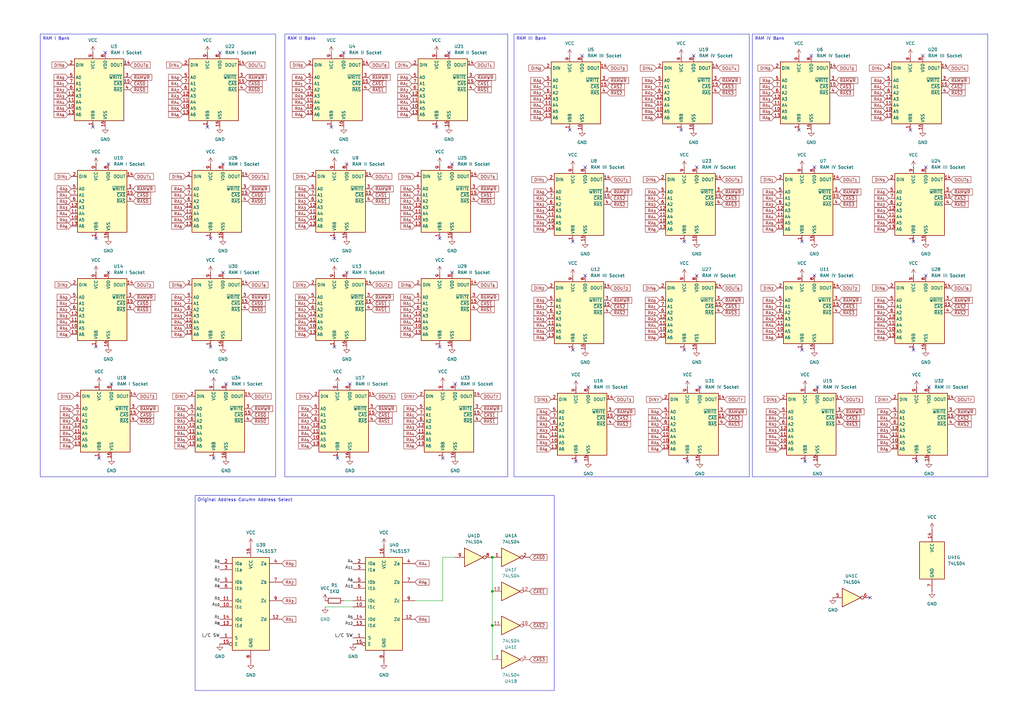
<source format=kicad_sch>
(kicad_sch (version 20250114) (generator "eeschema") (generator_version "9.0")
  (paper "A3")
  (title_block (title "Sharp MZ-80B RAM") (date "8/FEB/2026") (rev "A") (company "Brett Hallen") (comment 4 "Redrawn from Service Manual schematic"))
  (text_box "RAM IV Bank" (at 308.61 13.97 0) (size 96.52 181.61) (margins 0.9525 0.9525 0.9525 0.9525) (effects (font (size 1.27 1.27)) (justify left top)))
  (text_box "RAM I Bank" (at 16.51 13.97 0) (size 96.52 181.61) (margins 0.9525 0.9525 0.9525 0.9525) (effects (font (size 1.27 1.27)) (justify left top)))
  (text_box "Original Address Column Address Select" (at 80.01 203.2 0) (size 147.32 80.01) (margins 0.9525 0.9525 0.9525 0.9525) (effects (font (size 1.27 1.27)) (justify left top)))
  (text_box "RAM II Bank" (at 116.84 13.97 0) (size 91.44 181.61) (margins 0.9525 0.9525 0.9525 0.9525) (effects (font (size 1.27 1.27)) (justify left top)))
  (text_box "RAM III Bank" (at 210.82 13.97 0) (size 96.52 181.61) (margins 0.9525 0.9525 0.9525 0.9525) (effects (font (size 1.27 1.27)) (justify left top)))
  (junction (at 201.93 242.57))
  (junction (at 201.93 228.6))
  (junction (at 201.93 256.54))
  (no_connect (at 92.71 157.48))
  (no_connect (at 138.43 187.96))
  (no_connect (at 332.74 22.86))
  (no_connect (at 137.16 97.79))
  (no_connect (at 90.17 21.59))
  (no_connect (at 179.07 52.07))
  (no_connect (at 91.44 67.31))
  (no_connect (at 327.66 53.34))
  (no_connect (at 180.34 142.24))
  (no_connect (at 234.95 143.51))
  (no_connect (at 378.46 22.86))
  (no_connect (at 285.75 113.03))
  (no_connect (at 328.93 99.06))
  (no_connect (at 381 158.75))
  (no_connect (at 140.97 21.59))
  (no_connect (at 137.16 142.24))
  (no_connect (at 87.63 187.96))
  (no_connect (at 240.03 113.03))
  (no_connect (at 375.92 189.23))
  (no_connect (at 186.69 157.48))
  (no_connect (at 284.48 22.86))
  (no_connect (at 135.89 52.07))
  (no_connect (at 38.1 52.07))
  (no_connect (at 374.65 143.51))
  (no_connect (at 373.38 53.34))
  (no_connect (at 40.64 187.96))
  (no_connect (at 330.2 189.23))
  (no_connect (at 241.3 158.75))
  (no_connect (at 142.24 111.76))
  (no_connect (at 280.67 143.51))
  (no_connect (at 279.4 53.34))
  (no_connect (at 240.03 68.58))
  (no_connect (at 44.45 111.76))
  (no_connect (at 236.22 189.23))
  (no_connect (at 86.36 97.79))
  (no_connect (at 44.45 67.31))
  (no_connect (at 86.36 142.24))
  (no_connect (at 238.76 22.86))
  (no_connect (at 379.73 68.58))
  (no_connect (at 91.44 111.76))
  (no_connect (at 374.65 99.06))
  (no_connect (at 233.68 53.34))
  (no_connect (at 334.01 113.03))
  (no_connect (at 39.37 142.24))
  (no_connect (at 180.34 97.79))
  (no_connect (at 43.18 21.59))
  (no_connect (at 181.61 187.96))
  (no_connect (at 234.95 99.06))
  (no_connect (at 335.28 158.75))
  (no_connect (at 184.15 21.59))
  (no_connect (at 280.67 99.06))
  (no_connect (at 185.42 111.76))
  (no_connect (at 287.02 158.75))
  (no_connect (at 356.87 245.11))
  (no_connect (at 143.51 157.48))
  (no_connect (at 285.75 68.58))
  (no_connect (at 45.72 157.48))
  (no_connect (at 334.01 68.58))
  (no_connect (at 328.93 143.51))
  (no_connect (at 185.42 67.31))
  (no_connect (at 39.37 97.79))
  (no_connect (at 281.94 189.23))
  (no_connect (at 142.24 67.31))
  (no_connect (at 85.09 52.07))
  (no_connect (at 379.73 113.03))
  (wire (pts (xy 201.93 228.6) (xy 201.93 242.57)))
  (wire (pts (xy 201.93 256.54) (xy 201.93 270.51)))
  (wire (pts (xy 170.18 246.38) (xy 181.61 246.38)))
  (wire (pts (xy 140.97 246.38) (xy 144.78 246.38)))
  (wire (pts (xy 133.35 248.92) (xy 144.78 248.92)))
  (wire (pts (xy 181.61 228.6) (xy 186.69 228.6)))
  (wire (pts (xy 181.61 246.38) (xy 181.61 228.6)))
  (wire (pts (xy 201.93 242.57) (xy 201.93 256.54)))
  (label "A_{2}" (at 90.17 238.76 180))
  (label "A_{6}" (at 144.78 238.76 180))
  (label "A_{3}" (at 90.17 246.38 180))
  (label "A_{1}" (at 90.17 254 180))
  (label "A_{5}" (at 144.78 254 180))
  (label "A_{8}" (at 90.17 256.54 180))
  (label "A_{13}" (at 144.78 241.3 180))
  (label "A_{11}" (at 144.78 233.68 180))
  (label "A_{0}" (at 90.17 231.14 180))
  (label "A_{10}" (at 90.17 248.92 180))
  (label "A_{4}" (at 144.78 231.14 180))
  (label "A_{7}" (at 90.17 233.68 180))
  (label "A_{12}" (at 144.78 256.54 180))
  (label "L{slash}C SW" (at 90.17 261.62 180))
  (label "L{slash}C SW" (at 144.78 261.62 180))
  (label "A_{9}" (at 90.17 241.3 180))
  (global_label "~{CAS2}" (shape input) (at 388.62 35.56 0) (property "Intersheetrefs" "${INTERSHEET_REFS}" (effects (hide yes))))
  (global_label "~{RAMWR}" (shape input) (at 101.6 121.92 0) (property "Intersheetrefs" "${INTERSHEET_REFS}" (effects (hide yes))))
  (global_label "~{RAS0}" (shape input) (at 101.6 127 0) (property "Intersheetrefs" "${INTERSHEET_REFS}" (effects (hide yes))))
  (global_label "~{CAS2}" (shape input) (at 389.89 81.28 0) (property "Intersheetrefs" "${INTERSHEET_REFS}" (effects (hide yes))))
  (global_label "~{CAS0}" (shape input) (at 55.88 170.18 0) (property "Intersheetrefs" "${INTERSHEET_REFS}" (effects (hide yes))))
  (global_label "DOUT_{1}" (shape input) (at 344.17 73.66 0) (property "Intersheetrefs" "${INTERSHEET_REFS}" (effects (hide yes))))
  (global_label "DIN_{5}" (shape input) (at 170.18 72.39 180) (property "Intersheetrefs" "${INTERSHEET_REFS}" (effects (hide yes))))
  (global_label "RA_{6}" (shape input) (at 127 92.71 180) (property "Intersheetrefs" "${INTERSHEET_REFS}" (effects (hide yes))))
  (global_label "RA_{1}" (shape input) (at 27.94 34.29 180) (property "Intersheetrefs" "${INTERSHEET_REFS}" (effects (hide yes))))
  (global_label "RA_{4}" (shape input) (at 76.2 87.63 180) (property "Intersheetrefs" "${INTERSHEET_REFS}" (effects (hide yes))))
  (global_label "RA_{3}" (shape input) (at 224.79 130.81 180) (property "Intersheetrefs" "${INTERSHEET_REFS}" (effects (hide yes))))
  (global_label "RA_{5}" (shape input) (at 170.18 90.17 180) (property "Intersheetrefs" "${INTERSHEET_REFS}" (effects (hide yes))))
  (global_label "DIN_{6}" (shape input) (at 170.18 116.84 180) (property "Intersheetrefs" "${INTERSHEET_REFS}" (effects (hide yes))))
  (global_label "RA_{3}" (shape input) (at 27.94 39.37 180) (property "Intersheetrefs" "${INTERSHEET_REFS}" (effects (hide yes))))
  (global_label "RA_{1}" (shape input) (at 168.91 34.29 180) (property "Intersheetrefs" "${INTERSHEET_REFS}" (effects (hide yes))))
  (global_label "RA_{1}" (shape input) (at 76.2 80.01 180) (property "Intersheetrefs" "${INTERSHEET_REFS}" (effects (hide yes))))
  (global_label "RA_{4}" (shape input) (at 128.27 177.8 180) (property "Intersheetrefs" "${INTERSHEET_REFS}" (effects (hide yes))))
  (global_label "~{CAS3}" (shape input) (at 217.17 270.51 0) (property "Intersheetrefs" "${INTERSHEET_REFS}" (effects (hide yes))))
  (global_label "DIN_{5}" (shape input) (at 76.2 72.39 180) (property "Intersheetrefs" "${INTERSHEET_REFS}" (effects (hide yes))))
  (global_label "RA_{4}" (shape input) (at 269.24 43.18 180) (property "Intersheetrefs" "${INTERSHEET_REFS}" (effects (hide yes))))
  (global_label "RA_{0}" (shape input) (at 125.73 31.75 180) (property "Intersheetrefs" "${INTERSHEET_REFS}" (effects (hide yes))))
  (global_label "RA_{1}" (shape input) (at 30.48 170.18 180) (property "Intersheetrefs" "${INTERSHEET_REFS}" (effects (hide yes))))
  (global_label "RA_{2}" (shape input) (at 76.2 127 180) (property "Intersheetrefs" "${INTERSHEET_REFS}" (effects (hide yes))))
  (global_label "RA_{5}" (shape input) (at 364.49 135.89 180) (property "Intersheetrefs" "${INTERSHEET_REFS}" (effects (hide yes))))
  (global_label "DIN_{4}" (shape input) (at 168.91 26.67 180) (property "Intersheetrefs" "${INTERSHEET_REFS}" (effects (hide yes))))
  (global_label "RA_{4}" (shape input) (at 318.77 133.35 180) (property "Intersheetrefs" "${INTERSHEET_REFS}" (effects (hide yes))))
  (global_label "RA_{0}" (shape input) (at 127 77.47 180) (property "Intersheetrefs" "${INTERSHEET_REFS}" (effects (hide yes))))
  (global_label "~{RAMWR}" (shape input) (at 194.31 31.75 0) (property "Intersheetrefs" "${INTERSHEET_REFS}" (effects (hide yes))))
  (global_label "~{RAMWR}" (shape input) (at 295.91 78.74 0) (property "Intersheetrefs" "${INTERSHEET_REFS}" (effects (hide yes))))
  (global_label "RA_{6}" (shape input) (at 223.52 48.26 180) (property "Intersheetrefs" "${INTERSHEET_REFS}" (effects (hide yes))))
  (global_label "RA_{6}" (shape input) (at 317.5 48.26 180) (property "Intersheetrefs" "${INTERSHEET_REFS}" (effects (hide yes))))
  (global_label "~{RAMWR}" (shape input) (at 294.64 33.02 0) (property "Intersheetrefs" "${INTERSHEET_REFS}" (effects (hide yes))))
  (global_label "DIN_{3}" (shape input) (at 226.06 163.83 180) (property "Intersheetrefs" "${INTERSHEET_REFS}" (effects (hide yes))))
  (global_label "RA_{2}" (shape input) (at 224.79 83.82 180) (property "Intersheetrefs" "${INTERSHEET_REFS}" (effects (hide yes))))
  (global_label "DIN_{6}" (shape input) (at 76.2 116.84 180) (property "Intersheetrefs" "${INTERSHEET_REFS}" (effects (hide yes))))
  (global_label "~{CAS1}" (shape input) (at 152.4 80.01 0) (property "Intersheetrefs" "${INTERSHEET_REFS}" (effects (hide yes))))
  (global_label "RA_{3}" (shape input) (at 363.22 40.64 180) (property "Intersheetrefs" "${INTERSHEET_REFS}" (effects (hide yes))))
  (global_label "~{RAMWR}" (shape input) (at 391.16 168.91 0) (property "Intersheetrefs" "${INTERSHEET_REFS}" (effects (hide yes))))
  (global_label "~{RAS2}" (shape input) (at 250.19 83.82 0) (property "Intersheetrefs" "${INTERSHEET_REFS}" (effects (hide yes))))
  (global_label "DIN_{4}" (shape input) (at 74.93 26.67 180) (property "Intersheetrefs" "${INTERSHEET_REFS}" (effects (hide yes))))
  (global_label "RA_{5}" (shape input) (at 168.91 44.45 180) (property "Intersheetrefs" "${INTERSHEET_REFS}" (effects (hide yes))))
  (global_label "RA_{6}" (shape input) (at 364.49 93.98 180) (property "Intersheetrefs" "${INTERSHEET_REFS}" (effects (hide yes))))
  (global_label "DOUT_{7}" (shape input) (at 196.85 162.56 0) (property "Intersheetrefs" "${INTERSHEET_REFS}" (effects (hide yes))))
  (global_label "DOUT_{5}" (shape input) (at 295.91 73.66 0) (property "Intersheetrefs" "${INTERSHEET_REFS}" (effects (hide yes))))
  (global_label "RA_{5}" (shape input) (at 76.2 134.62 180) (property "Intersheetrefs" "${INTERSHEET_REFS}" (effects (hide yes))))
  (global_label "RA_{1}" (shape input) (at 270.51 125.73 180) (property "Intersheetrefs" "${INTERSHEET_REFS}" (effects (hide yes))))
  (global_label "~{CAS1}" (shape input) (at 152.4 124.46 0) (property "Intersheetrefs" "${INTERSHEET_REFS}" (effects (hide yes))))
  (global_label "RA_{4}" (shape input) (at 74.93 41.91 180) (property "Intersheetrefs" "${INTERSHEET_REFS}" (effects (hide yes))))
  (global_label "DIN_{7}" (shape input) (at 171.45 162.56 180) (property "Intersheetrefs" "${INTERSHEET_REFS}" (effects (hide yes))))
  (global_label "~{RAS3}" (shape input) (at 295.91 83.82 0) (property "Intersheetrefs" "${INTERSHEET_REFS}" (effects (hide yes))))
  (global_label "~{RAS0}" (shape input) (at 53.34 36.83 0) (property "Intersheetrefs" "${INTERSHEET_REFS}" (effects (hide yes))))
  (global_label "RA_{4}" (shape input) (at 30.48 177.8 180) (property "Intersheetrefs" "${INTERSHEET_REFS}" (effects (hide yes))))
  (global_label "RA_{4}" (shape input) (at 77.47 177.8 180) (property "Intersheetrefs" "${INTERSHEET_REFS}" (effects (hide yes))))
  (global_label "RA_{5}" (shape input) (at 320.04 181.61 180) (property "Intersheetrefs" "${INTERSHEET_REFS}" (effects (hide yes))))
  (global_label "~{RAMWR}" (shape input) (at 250.19 78.74 0) (property "Intersheetrefs" "${INTERSHEET_REFS}" (effects (hide yes))))
  (global_label "~{RAMWR}" (shape input) (at 153.67 167.64 0) (property "Intersheetrefs" "${INTERSHEET_REFS}" (effects (hide yes))))
  (global_label "RA_{3}" (shape input) (at 127 85.09 180) (property "Intersheetrefs" "${INTERSHEET_REFS}" (effects (hide yes))))
  (global_label "RA_{5}" (shape input) (at 365.76 181.61 180) (property "Intersheetrefs" "${INTERSHEET_REFS}" (effects (hide yes))))
  (global_label "RA_{0}" (shape input) (at 364.49 123.19 180) (property "Intersheetrefs" "${INTERSHEET_REFS}" (effects (hide yes))))
  (global_label "DIN_{2}" (shape input) (at 29.21 116.84 180) (property "Intersheetrefs" "${INTERSHEET_REFS}" (effects (hide yes))))
  (global_label "RA_{3}" (shape input) (at 30.48 175.26 180) (property "Intersheetrefs" "${INTERSHEET_REFS}" (effects (hide yes))))
  (global_label "~{CAS0}" (shape input) (at 101.6 124.46 0) (property "Intersheetrefs" "${INTERSHEET_REFS}" (effects (hide yes))))
  (global_label "DOUT_{3}" (shape input) (at 153.67 162.56 0) (property "Intersheetrefs" "${INTERSHEET_REFS}" (effects (hide yes))))
  (global_label "~{RAMWR}" (shape input) (at 152.4 121.92 0) (property "Intersheetrefs" "${INTERSHEET_REFS}" (effects (hide yes))))
  (global_label "RA_{4}" (shape input) (at 127 87.63 180) (property "Intersheetrefs" "${INTERSHEET_REFS}" (effects (hide yes))))
  (global_label "RA_{0}" (shape input) (at 320.04 168.91 180) (property "Intersheetrefs" "${INTERSHEET_REFS}" (effects (hide yes))))
  (global_label "RA_{1}" (shape input) (at 170.18 124.46 180) (property "Intersheetrefs" "${INTERSHEET_REFS}" (effects (hide yes))))
  (global_label "RA_{1}" (shape input) (at 76.2 124.46 180) (property "Intersheetrefs" "${INTERSHEET_REFS}" (effects (hide yes))))
  (global_label "RA_{3}" (shape input) (at 318.77 86.36 180) (property "Intersheetrefs" "${INTERSHEET_REFS}" (effects (hide yes))))
  (global_label "DOUT_{3}" (shape input) (at 345.44 163.83 0) (property "Intersheetrefs" "${INTERSHEET_REFS}" (effects (hide yes))))
  (global_label "~{RAS1}" (shape input) (at 153.67 172.72 0) (property "Intersheetrefs" "${INTERSHEET_REFS}" (effects (hide yes))))
  (global_label "~{RAMWR}" (shape input) (at 195.58 77.47 0) (property "Intersheetrefs" "${INTERSHEET_REFS}" (effects (hide yes))))
  (global_label "RA_{5}" (shape input) (at 224.79 135.89 180) (property "Intersheetrefs" "${INTERSHEET_REFS}" (effects (hide yes))))
  (global_label "DOUT_{2}" (shape input) (at 344.17 118.11 0) (property "Intersheetrefs" "${INTERSHEET_REFS}" (effects (hide yes))))
  (global_label "~{CAS2}" (shape input) (at 389.89 125.73 0) (property "Intersheetrefs" "${INTERSHEET_REFS}" (effects (hide yes))))
  (global_label "~{RAS2}" (shape input) (at 251.46 173.99 0) (property "Intersheetrefs" "${INTERSHEET_REFS}" (effects (hide yes))))
  (global_label "RA_{1}" (shape input) (at 29.21 80.01 180) (property "Intersheetrefs" "${INTERSHEET_REFS}" (effects (hide yes))))
  (global_label "RA_{3}" (shape input) (at 76.2 129.54 180) (property "Intersheetrefs" "${INTERSHEET_REFS}" (effects (hide yes))))
  (global_label "RA_{2}" (shape input) (at 317.5 38.1 180) (property "Intersheetrefs" "${INTERSHEET_REFS}" (effects (hide yes))))
  (global_label "DOUT_{1}" (shape input) (at 250.19 73.66 0) (property "Intersheetrefs" "${INTERSHEET_REFS}" (effects (hide yes))))
  (global_label "~{RAMWR}" (shape input) (at 345.44 168.91 0) (property "Intersheetrefs" "${INTERSHEET_REFS}" (effects (hide yes))))
  (global_label "~{RAS3}" (shape input) (at 344.17 83.82 0) (property "Intersheetrefs" "${INTERSHEET_REFS}" (effects (hide yes))))
  (global_label "RA_{0}" (shape input) (at 127 121.92 180) (property "Intersheetrefs" "${INTERSHEET_REFS}" (effects (hide yes))))
  (global_label "RA_{3}" (shape input) (at 170.18 85.09 180) (property "Intersheetrefs" "${INTERSHEET_REFS}" (effects (hide yes))))
  (global_label "DIN_{5}" (shape input) (at 364.49 73.66 180) (property "Intersheetrefs" "${INTERSHEET_REFS}" (effects (hide yes))))
  (global_label "RA_{0}" (shape input) (at 226.06 168.91 180) (property "Intersheetrefs" "${INTERSHEET_REFS}" (effects (hide yes))))
  (global_label "DOUT_{0}" (shape input) (at 151.13 26.67 0) (property "Intersheetrefs" "${INTERSHEET_REFS}" (effects (hide yes))))
  (global_label "RA_{1}" (shape input) (at 29.21 124.46 180) (property "Intersheetrefs" "${INTERSHEET_REFS}" (effects (hide yes))))
  (global_label "RA_{2}" (shape input) (at 30.48 172.72 180) (property "Intersheetrefs" "${INTERSHEET_REFS}" (effects (hide yes))))
  (global_label "RA_{0}" (shape input) (at 224.79 78.74 180) (property "Intersheetrefs" "${INTERSHEET_REFS}" (effects (hide yes))))
  (global_label "RA_{0}" (shape input) (at 128.27 167.64 180) (property "Intersheetrefs" "${INTERSHEET_REFS}" (effects (hide yes))))
  (global_label "DIN_{2}" (shape input) (at 318.77 118.11 180) (property "Intersheetrefs" "${INTERSHEET_REFS}" (effects (hide yes))))
  (global_label "RA_{5}" (shape input) (at 224.79 91.44 180) (property "Intersheetrefs" "${INTERSHEET_REFS}" (effects (hide yes))))
  (global_label "RA_{4}" (shape input) (at 223.52 43.18 180) (property "Intersheetrefs" "${INTERSHEET_REFS}" (effects (hide yes))))
  (global_label "RA_{5}" (shape input) (at 170.18 254 0) (property "Intersheetrefs" "${INTERSHEET_REFS}" (effects (hide yes))))
  (global_label "~{RAMWR}" (shape input) (at 251.46 168.91 0) (property "Intersheetrefs" "${INTERSHEET_REFS}" (effects (hide yes))))
  (global_label "~{RAMWR}" (shape input) (at 152.4 77.47 0) (property "Intersheetrefs" "${INTERSHEET_REFS}" (effects (hide yes))))
  (global_label "RA_{1}" (shape input) (at 226.06 171.45 180) (property "Intersheetrefs" "${INTERSHEET_REFS}" (effects (hide yes))))
  (global_label "RA_{5}" (shape input) (at 317.5 45.72 180) (property "Intersheetrefs" "${INTERSHEET_REFS}" (effects (hide yes))))
  (global_label "RA_{2}" (shape input) (at 77.47 172.72 180) (property "Intersheetrefs" "${INTERSHEET_REFS}" (effects (hide yes))))
  (global_label "RA_{3}" (shape input) (at 128.27 175.26 180) (property "Intersheetrefs" "${INTERSHEET_REFS}" (effects (hide yes))))
  (global_label "RA_{4}" (shape input) (at 171.45 177.8 180) (property "Intersheetrefs" "${INTERSHEET_REFS}" (effects (hide yes))))
  (global_label "RA_{2}" (shape input) (at 168.91 36.83 180) (property "Intersheetrefs" "${INTERSHEET_REFS}" (effects (hide yes))))
  (global_label "~{CAS0}" (shape input) (at 54.61 124.46 0) (property "Intersheetrefs" "${INTERSHEET_REFS}" (effects (hide yes))))
  (global_label "~{CAS3}" (shape input) (at 297.18 171.45 0) (property "Intersheetrefs" "${INTERSHEET_REFS}" (effects (hide yes))))
  (global_label "RA_{5}" (shape input) (at 127 90.17 180) (property "Intersheetrefs" "${INTERSHEET_REFS}" (effects (hide yes))))
  (global_label "RA_{1}" (shape input) (at 363.22 35.56 180) (property "Intersheetrefs" "${INTERSHEET_REFS}" (effects (hide yes))))
  (global_label "RA_{2}" (shape input) (at 76.2 82.55 180) (property "Intersheetrefs" "${INTERSHEET_REFS}" (effects (hide yes))))
  (global_label "RA_{4}" (shape input) (at 27.94 41.91 180) (property "Intersheetrefs" "${INTERSHEET_REFS}" (effects (hide yes))))
  (global_label "DIN_{7}" (shape input) (at 77.47 162.56 180) (property "Intersheetrefs" "${INTERSHEET_REFS}" (effects (hide yes))))
  (global_label "RA_{6}" (shape input) (at 27.94 46.99 180) (property "Intersheetrefs" "${INTERSHEET_REFS}" (effects (hide yes))))
  (global_label "DIN_{4}" (shape input) (at 363.22 27.94 180) (property "Intersheetrefs" "${INTERSHEET_REFS}" (effects (hide yes))))
  (global_label "RA_{4}" (shape input) (at 170.18 87.63 180) (property "Intersheetrefs" "${INTERSHEET_REFS}" (effects (hide yes))))
  (global_label "DIN_{2}" (shape input) (at 224.79 118.11 180) (property "Intersheetrefs" "${INTERSHEET_REFS}" (effects (hide yes))))
  (global_label "~{RAS2}" (shape input) (at 388.62 38.1 0) (property "Intersheetrefs" "${INTERSHEET_REFS}" (effects (hide yes))))
  (global_label "RA_{3}" (shape input) (at 29.21 85.09 180) (property "Intersheetrefs" "${INTERSHEET_REFS}" (effects (hide yes))))
  (global_label "~{CAS1}" (shape input) (at 196.85 170.18 0) (property "Intersheetrefs" "${INTERSHEET_REFS}" (effects (hide yes))))
  (global_label "RA_{0}" (shape input) (at 77.47 167.64 180) (property "Intersheetrefs" "${INTERSHEET_REFS}" (effects (hide yes))))
  (global_label "~{RAS2}" (shape input) (at 389.89 128.27 0) (property "Intersheetrefs" "${INTERSHEET_REFS}" (effects (hide yes))))
  (global_label "~{RAS3}" (shape input) (at 345.44 173.99 0) (property "Intersheetrefs" "${INTERSHEET_REFS}" (effects (hide yes))))
  (global_label "RA_{5}" (shape input) (at 270.51 135.89 180) (property "Intersheetrefs" "${INTERSHEET_REFS}" (effects (hide yes))))
  (global_label "RA_{6}" (shape input) (at 168.91 46.99 180) (property "Intersheetrefs" "${INTERSHEET_REFS}" (effects (hide yes))))
  (global_label "RA_{5}" (shape input) (at 29.21 90.17 180) (property "Intersheetrefs" "${INTERSHEET_REFS}" (effects (hide yes))))
  (global_label "RA_{5}" (shape input) (at 363.22 45.72 180) (property "Intersheetrefs" "${INTERSHEET_REFS}" (effects (hide yes))))
  (global_label "RA_{3}" (shape input) (at 125.73 39.37 180) (property "Intersheetrefs" "${INTERSHEET_REFS}" (effects (hide yes))))
  (global_label "~{RAS2}" (shape input) (at 248.92 38.1 0) (property "Intersheetrefs" "${INTERSHEET_REFS}" (effects (hide yes))))
  (global_label "~{RAS3}" (shape input) (at 297.18 173.99 0) (property "Intersheetrefs" "${INTERSHEET_REFS}" (effects (hide yes))))
  (global_label "DIN_{6}" (shape input) (at 270.51 118.11 180) (property "Intersheetrefs" "${INTERSHEET_REFS}" (effects (hide yes))))
  (global_label "RA_{3}" (shape input) (at 364.49 130.81 180) (property "Intersheetrefs" "${INTERSHEET_REFS}" (effects (hide yes))))
  (global_label "RA_{2}" (shape input) (at 364.49 128.27 180) (property "Intersheetrefs" "${INTERSHEET_REFS}" (effects (hide yes))))
  (global_label "RA_{4}" (shape input) (at 270.51 133.35 180) (property "Intersheetrefs" "${INTERSHEET_REFS}" (effects (hide yes))))
  (global_label "~{CAS1}" (shape input) (at 194.31 34.29 0) (property "Intersheetrefs" "${INTERSHEET_REFS}" (effects (hide yes))))
  (global_label "RA_{4}" (shape input) (at 363.22 43.18 180) (property "Intersheetrefs" "${INTERSHEET_REFS}" (effects (hide yes))))
  (global_label "RA_{0}" (shape input) (at 317.5 33.02 180) (property "Intersheetrefs" "${INTERSHEET_REFS}" (effects (hide yes))))
  (global_label "~{RAS3}" (shape input) (at 295.91 128.27 0) (property "Intersheetrefs" "${INTERSHEET_REFS}" (effects (hide yes))))
  (global_label "RA_{5}" (shape input) (at 127 134.62 180) (property "Intersheetrefs" "${INTERSHEET_REFS}" (effects (hide yes))))
  (global_label "RA_{6}" (shape input) (at 318.77 138.43 180) (property "Intersheetrefs" "${INTERSHEET_REFS}" (effects (hide yes))))
  (global_label "RA_{4}" (shape input) (at 170.18 132.08 180) (property "Intersheetrefs" "${INTERSHEET_REFS}" (effects (hide yes))))
  (global_label "RA_{0}" (shape input) (at 270.51 123.19 180) (property "Intersheetrefs" "${INTERSHEET_REFS}" (effects (hide yes))))
  (global_label "RA_{2}" (shape input) (at 269.24 38.1 180) (property "Intersheetrefs" "${INTERSHEET_REFS}" (effects (hide yes))))
  (global_label "RA_{4}" (shape input) (at 318.77 88.9 180) (property "Intersheetrefs" "${INTERSHEET_REFS}" (effects (hide yes))))
  (global_label "DOUT_{6}" (shape input) (at 195.58 116.84 0) (property "Intersheetrefs" "${INTERSHEET_REFS}" (effects (hide yes))))
  (global_label "RA_{6}" (shape input) (at 226.06 184.15 180) (property "Intersheetrefs" "${INTERSHEET_REFS}" (effects (hide yes))))
  (global_label "RA_{6}" (shape input) (at 269.24 48.26 180) (property "Intersheetrefs" "${INTERSHEET_REFS}" (effects (hide yes))))
  (global_label "RA_{2}" (shape input) (at 363.22 38.1 180) (property "Intersheetrefs" "${INTERSHEET_REFS}" (effects (hide yes))))
  (global_label "RA_{2}" (shape input) (at 223.52 38.1 180) (property "Intersheetrefs" "${INTERSHEET_REFS}" (effects (hide yes))))
  (global_label "~{RAS0}" (shape input) (at 100.33 36.83 0) (property "Intersheetrefs" "${INTERSHEET_REFS}" (effects (hide yes))))
  (global_label "~{CAS0}" (shape input) (at 53.34 34.29 0) (property "Intersheetrefs" "${INTERSHEET_REFS}" (effects (hide yes))))
  (global_label "RA_{2}" (shape input) (at 29.21 82.55 180) (property "Intersheetrefs" "${INTERSHEET_REFS}" (effects (hide yes))))
  (global_label "RA_{6}" (shape input) (at 170.18 137.16 180) (property "Intersheetrefs" "${INTERSHEET_REFS}" (effects (hide yes))))
  (global_label "~{CAS0}" (shape input) (at 102.87 170.18 0) (property "Intersheetrefs" "${INTERSHEET_REFS}" (effects (hide yes))))
  (global_label "RA_{4}" (shape input) (at 127 132.08 180) (property "Intersheetrefs" "${INTERSHEET_REFS}" (effects (hide yes))))
  (global_label "DOUT_{7}" (shape input) (at 102.87 162.56 0) (property "Intersheetrefs" "${INTERSHEET_REFS}" (effects (hide yes))))
  (global_label "DOUT_{2}" (shape input) (at 54.61 116.84 0) (property "Intersheetrefs" "${INTERSHEET_REFS}" (effects (hide yes))))
  (global_label "DOUT_{5}" (shape input) (at 389.89 73.66 0) (property "Intersheetrefs" "${INTERSHEET_REFS}" (effects (hide yes))))
  (global_label "RA_{5}" (shape input) (at 76.2 90.17 180) (property "Intersheetrefs" "${INTERSHEET_REFS}" (effects (hide yes))))
  (global_label "~{RAS1}" (shape input) (at 152.4 82.55 0) (property "Intersheetrefs" "${INTERSHEET_REFS}" (effects (hide yes))))
  (global_label "RA_{1}" (shape input) (at 320.04 171.45 180) (property "Intersheetrefs" "${INTERSHEET_REFS}" (effects (hide yes))))
  (global_label "~{CAS3}" (shape input) (at 294.64 35.56 0) (property "Intersheetrefs" "${INTERSHEET_REFS}" (effects (hide yes))))
  (global_label "RA_{4}" (shape input) (at 29.21 87.63 180) (property "Intersheetrefs" "${INTERSHEET_REFS}" (effects (hide yes))))
  (global_label "~{RAMWR}" (shape input) (at 344.17 123.19 0) (property "Intersheetrefs" "${INTERSHEET_REFS}" (effects (hide yes))))
  (global_label "RA_{3}" (shape input) (at 29.21 129.54 180) (property "Intersheetrefs" "${INTERSHEET_REFS}" (effects (hide yes))))
  (global_label "RA_{1}" (shape input) (at 317.5 35.56 180) (property "Intersheetrefs" "${INTERSHEET_REFS}" (effects (hide yes))))
  (global_label "DOUT_{4}" (shape input) (at 194.31 26.67 0) (property "Intersheetrefs" "${INTERSHEET_REFS}" (effects (hide yes))))
  (global_label "RA_{0}" (shape input) (at 171.45 167.64 180) (property "Intersheetrefs" "${INTERSHEET_REFS}" (effects (hide yes))))
  (global_label "RA_{6}" (shape input) (at 171.45 182.88 180) (property "Intersheetrefs" "${INTERSHEET_REFS}" (effects (hide yes))))
  (global_label "RA_{6}" (shape input) (at 74.93 46.99 180) (property "Intersheetrefs" "${INTERSHEET_REFS}" (effects (hide yes))))
  (global_label "RA_{4}" (shape input) (at 76.2 132.08 180) (property "Intersheetrefs" "${INTERSHEET_REFS}" (effects (hide yes))))
  (global_label "~{RAMWR}" (shape input) (at 151.13 31.75 0) (property "Intersheetrefs" "${INTERSHEET_REFS}" (effects (hide yes))))
  (global_label "RA_{0}" (shape input) (at 76.2 121.92 180) (property "Intersheetrefs" "${INTERSHEET_REFS}" (effects (hide yes))))
  (global_label "DOUT_{6}" (shape input) (at 101.6 116.84 0) (property "Intersheetrefs" "${INTERSHEET_REFS}" (effects (hide yes))))
  (global_label "~{RAMWR}" (shape input) (at 54.61 77.47 0) (property "Intersheetrefs" "${INTERSHEET_REFS}" (effects (hide yes))))
  (global_label "~{CAS1}" (shape input) (at 153.67 170.18 0) (property "Intersheetrefs" "${INTERSHEET_REFS}" (effects (hide yes))))
  (global_label "RA_{2}" (shape input) (at 127 82.55 180) (property "Intersheetrefs" "${INTERSHEET_REFS}" (effects (hide yes))))
  (global_label "RA_{3}" (shape input) (at 364.49 86.36 180) (property "Intersheetrefs" "${INTERSHEET_REFS}" (effects (hide yes))))
  (global_label "RA_{4}" (shape input) (at 125.73 41.91 180) (property "Intersheetrefs" "${INTERSHEET_REFS}" (effects (hide yes))))
  (global_label "RA_{2}" (shape input) (at 318.77 128.27 180) (property "Intersheetrefs" "${INTERSHEET_REFS}" (effects (hide yes))))
  (global_label "RA_{5}" (shape input) (at 269.24 45.72 180) (property "Intersheetrefs" "${INTERSHEET_REFS}" (effects (hide yes))))
  (global_label "RA_{1}" (shape input) (at 171.45 170.18 180) (property "Intersheetrefs" "${INTERSHEET_REFS}" (effects (hide yes))))
  (global_label "RA_{1}" (shape input) (at 364.49 81.28 180) (property "Intersheetrefs" "${INTERSHEET_REFS}" (effects (hide yes))))
  (global_label "RA_{1}" (shape input) (at 115.57 254 0) (property "Intersheetrefs" "${INTERSHEET_REFS}" (effects (hide yes))))
  (global_label "RA_{0}" (shape input) (at 168.91 31.75 180) (property "Intersheetrefs" "${INTERSHEET_REFS}" (effects (hide yes))))
  (global_label "~{RAS1}" (shape input) (at 151.13 36.83 0) (property "Intersheetrefs" "${INTERSHEET_REFS}" (effects (hide yes))))
  (global_label "RA_{0}" (shape input) (at 29.21 77.47 180) (property "Intersheetrefs" "${INTERSHEET_REFS}" (effects (hide yes))))
  (global_label "RA_{4}" (shape input) (at 170.18 231.14 0) (property "Intersheetrefs" "${INTERSHEET_REFS}" (effects (hide yes))))
  (global_label "RA_{2}" (shape input) (at 171.45 172.72 180) (property "Intersheetrefs" "${INTERSHEET_REFS}" (effects (hide yes))))
  (global_label "RA_{1}" (shape input) (at 127 124.46 180) (property "Intersheetrefs" "${INTERSHEET_REFS}" (effects (hide yes))))
  (global_label "DOUT_{5}" (shape input) (at 195.58 72.39 0) (property "Intersheetrefs" "${INTERSHEET_REFS}" (effects (hide yes))))
  (global_label "RA_{6}" (shape input) (at 170.18 238.76 0) (property "Intersheetrefs" "${INTERSHEET_REFS}" (effects (hide yes))))
  (global_label "~{RAMWR}" (shape input) (at 101.6 77.47 0) (property "Intersheetrefs" "${INTERSHEET_REFS}" (effects (hide yes))))
  (global_label "DOUT_{2}" (shape input) (at 250.19 118.11 0) (property "Intersheetrefs" "${INTERSHEET_REFS}" (effects (hide yes))))
  (global_label "RA_{3}" (shape input) (at 320.04 176.53 180) (property "Intersheetrefs" "${INTERSHEET_REFS}" (effects (hide yes))))
  (global_label "RA_{1}" (shape input) (at 365.76 171.45 180) (property "Intersheetrefs" "${INTERSHEET_REFS}" (effects (hide yes))))
  (global_label "RA_{3}" (shape input) (at 270.51 130.81 180) (property "Intersheetrefs" "${INTERSHEET_REFS}" (effects (hide yes))))
  (global_label "RA_{2}" (shape input) (at 365.76 173.99 180) (property "Intersheetrefs" "${INTERSHEET_REFS}" (effects (hide yes))))
  (global_label "RA_{6}" (shape input) (at 77.47 182.88 180) (property "Intersheetrefs" "${INTERSHEET_REFS}" (effects (hide yes))))
  (global_label "DOUT_{0}" (shape input) (at 248.92 27.94 0) (property "Intersheetrefs" "${INTERSHEET_REFS}" (effects (hide yes))))
  (global_label "~{RAMWR}" (shape input) (at 389.89 123.19 0) (property "Intersheetrefs" "${INTERSHEET_REFS}" (effects (hide yes))))
  (global_label "~{RAS3}" (shape input) (at 344.17 128.27 0) (property "Intersheetrefs" "${INTERSHEET_REFS}" (effects (hide yes))))
  (global_label "~{RAS1}" (shape input) (at 152.4 127 0) (property "Intersheetrefs" "${INTERSHEET_REFS}" (effects (hide yes))))
  (global_label "~{RAS0}" (shape input) (at 101.6 82.55 0) (property "Intersheetrefs" "${INTERSHEET_REFS}" (effects (hide yes))))
  (global_label "RA_{2}" (shape input) (at 125.73 36.83 180) (property "Intersheetrefs" "${INTERSHEET_REFS}" (effects (hide yes))))
  (global_label "DIN_{4}" (shape input) (at 269.24 27.94 180) (property "Intersheetrefs" "${INTERSHEET_REFS}" (effects (hide yes))))
  (global_label "DIN_{7}" (shape input) (at 365.76 163.83 180) (property "Intersheetrefs" "${INTERSHEET_REFS}" (effects (hide yes))))
  (global_label "RA_{6}" (shape input) (at 318.77 93.98 180) (property "Intersheetrefs" "${INTERSHEET_REFS}" (effects (hide yes))))
  (global_label "~{CAS0}" (shape input) (at 101.6 80.01 0) (property "Intersheetrefs" "${INTERSHEET_REFS}" (effects (hide yes))))
  (global_label "~{RAS2}" (shape input) (at 389.89 83.82 0) (property "Intersheetrefs" "${INTERSHEET_REFS}" (effects (hide yes))))
  (global_label "~{CAS2}" (shape input) (at 391.16 171.45 0) (property "Intersheetrefs" "${INTERSHEET_REFS}" (effects (hide yes))))
  (global_label "RA_{4}" (shape input) (at 364.49 88.9 180) (property "Intersheetrefs" "${INTERSHEET_REFS}" (effects (hide yes))))
  (global_label "RA_{4}" (shape input) (at 364.49 133.35 180) (property "Intersheetrefs" "${INTERSHEET_REFS}" (effects (hide yes))))
  (global_label "~{RAMWR}" (shape input) (at 195.58 121.92 0) (property "Intersheetrefs" "${INTERSHEET_REFS}" (effects (hide yes))))
  (global_label "~{CAS3}" (shape input) (at 344.17 125.73 0) (property "Intersheetrefs" "${INTERSHEET_REFS}" (effects (hide yes))))
  (global_label "RA_{2}" (shape input) (at 270.51 128.27 180) (property "Intersheetrefs" "${INTERSHEET_REFS}" (effects (hide yes))))
  (global_label "DOUT_{6}" (shape input) (at 389.89 118.11 0) (property "Intersheetrefs" "${INTERSHEET_REFS}" (effects (hide yes))))
  (global_label "~{RAMWR}" (shape input) (at 53.34 31.75 0) (property "Intersheetrefs" "${INTERSHEET_REFS}" (effects (hide yes))))
  (global_label "RA_{0}" (shape input) (at 170.18 121.92 180) (property "Intersheetrefs" "${INTERSHEET_REFS}" (effects (hide yes))))
  (global_label "~{CAS2}" (shape input) (at 248.92 35.56 0) (property "Intersheetrefs" "${INTERSHEET_REFS}" (effects (hide yes))))
  (global_label "DIN_{5}" (shape input) (at 270.51 73.66 180) (property "Intersheetrefs" "${INTERSHEET_REFS}" (effects (hide yes))))
  (global_label "RA_{5}" (shape input) (at 125.73 44.45 180) (property "Intersheetrefs" "${INTERSHEET_REFS}" (effects (hide yes))))
  (global_label "RA_{5}" (shape input) (at 128.27 180.34 180) (property "Intersheetrefs" "${INTERSHEET_REFS}" (effects (hide yes))))
  (global_label "RA_{4}" (shape input) (at 168.91 41.91 180) (property "Intersheetrefs" "${INTERSHEET_REFS}" (effects (hide yes))))
  (global_label "RA_{4}" (shape input) (at 270.51 88.9 180) (property "Intersheetrefs" "${INTERSHEET_REFS}" (effects (hide yes))))
  (global_label "DOUT_{7}" (shape input) (at 297.18 163.83 0) (property "Intersheetrefs" "${INTERSHEET_REFS}" (effects (hide yes))))
  (global_label "~{CAS2}" (shape input) (at 250.19 125.73 0) (property "Intersheetrefs" "${INTERSHEET_REFS}" (effects (hide yes))))
  (global_label "RA_{1}" (shape input) (at 127 80.01 180) (property "Intersheetrefs" "${INTERSHEET_REFS}" (effects (hide yes))))
  (global_label "RA_{0}" (shape input) (at 269.24 33.02 180) (property "Intersheetrefs" "${INTERSHEET_REFS}" (effects (hide yes))))
  (global_label "DOUT_{1}" (shape input) (at 152.4 72.39 0) (property "Intersheetrefs" "${INTERSHEET_REFS}" (effects (hide yes))))
  (global_label "DOUT_{3}" (shape input) (at 55.88 162.56 0) (property "Intersheetrefs" "${INTERSHEET_REFS}" (effects (hide yes))))
  (global_label "RA_{6}" (shape input) (at 363.22 48.26 180) (property "Intersheetrefs" "${INTERSHEET_REFS}" (effects (hide yes))))
  (global_label "~{CAS3}" (shape input) (at 344.17 81.28 0) (property "Intersheetrefs" "${INTERSHEET_REFS}" (effects (hide yes))))
  (global_label "~{CAS0}" (shape input) (at 100.33 34.29 0) (property "Intersheetrefs" "${INTERSHEET_REFS}" (effects (hide yes))))
  (global_label "DOUT_{6}" (shape input) (at 295.91 118.11 0) (property "Intersheetrefs" "${INTERSHEET_REFS}" (effects (hide yes))))
  (global_label "RA_{0}" (shape input) (at 318.77 78.74 180) (property "Intersheetrefs" "${INTERSHEET_REFS}" (effects (hide yes))))
  (global_label "RA_{3}" (shape input) (at 270.51 86.36 180) (property "Intersheetrefs" "${INTERSHEET_REFS}" (effects (hide yes))))
  (global_label "~{RAMWR}" (shape input) (at 250.19 123.19 0) (property "Intersheetrefs" "${INTERSHEET_REFS}" (effects (hide yes))))
  (global_label "DOUT_{2}" (shape input) (at 152.4 116.84 0) (property "Intersheetrefs" "${INTERSHEET_REFS}" (effects (hide yes))))
  (global_label "RA_{5}" (shape input) (at 226.06 181.61 180) (property "Intersheetrefs" "${INTERSHEET_REFS}" (effects (hide yes))))
  (global_label "RA_{3}" (shape input) (at 318.77 130.81 180) (property "Intersheetrefs" "${INTERSHEET_REFS}" (effects (hide yes))))
  (global_label "RA_{2}" (shape input) (at 128.27 172.72 180) (property "Intersheetrefs" "${INTERSHEET_REFS}" (effects (hide yes))))
  (global_label "DIN_{0}" (shape input) (at 317.5 27.94 180) (property "Intersheetrefs" "${INTERSHEET_REFS}" (effects (hide yes))))
  (global_label "RA_{3}" (shape input) (at 115.57 246.38 0) (property "Intersheetrefs" "${INTERSHEET_REFS}" (effects (hide yes))))
  (global_label "RA_{3}" (shape input) (at 171.45 175.26 180) (property "Intersheetrefs" "${INTERSHEET_REFS}" (effects (hide yes))))
  (global_label "RA_{6}" (shape input) (at 29.21 92.71 180) (property "Intersheetrefs" "${INTERSHEET_REFS}" (effects (hide yes))))
  (global_label "~{CAS0}" (shape input) (at 217.17 228.6 0) (property "Intersheetrefs" "${INTERSHEET_REFS}" (effects (hide yes))))
  (global_label "DOUT_{1}" (shape input) (at 54.61 72.39 0) (property "Intersheetrefs" "${INTERSHEET_REFS}" (effects (hide yes))))
  (global_label "RA_{6}" (shape input) (at 30.48 182.88 180) (property "Intersheetrefs" "${INTERSHEET_REFS}" (effects (hide yes))))
  (global_label "DOUT_{0}" (shape input) (at 342.9 27.94 0) (property "Intersheetrefs" "${INTERSHEET_REFS}" (effects (hide yes))))
  (global_label "~{CAS1}" (shape input) (at 151.13 34.29 0) (property "Intersheetrefs" "${INTERSHEET_REFS}" (effects (hide yes))))
  (global_label "DOUT_{4}" (shape input) (at 294.64 27.94 0) (property "Intersheetrefs" "${INTERSHEET_REFS}" (effects (hide yes))))
  (global_label "RA_{5}" (shape input) (at 318.77 135.89 180) (property "Intersheetrefs" "${INTERSHEET_REFS}" (effects (hide yes))))
  (global_label "RA_{2}" (shape input) (at 29.21 127 180) (property "Intersheetrefs" "${INTERSHEET_REFS}" (effects (hide yes))))
  (global_label "DOUT_{3}" (shape input) (at 251.46 163.83 0) (property "Intersheetrefs" "${INTERSHEET_REFS}" (effects (hide yes))))
  (global_label "RA_{5}" (shape input) (at 170.18 134.62 180) (property "Intersheetrefs" "${INTERSHEET_REFS}" (effects (hide yes))))
  (global_label "~{RAS1}" (shape input) (at 195.58 82.55 0) (property "Intersheetrefs" "${INTERSHEET_REFS}" (effects (hide yes))))
  (global_label "~{RAS1}" (shape input) (at 196.85 172.72 0) (property "Intersheetrefs" "${INTERSHEET_REFS}" (effects (hide yes))))
  (global_label "RA_{1}" (shape input) (at 224.79 125.73 180) (property "Intersheetrefs" "${INTERSHEET_REFS}" (effects (hide yes))))
  (global_label "~{RAS0}" (shape input) (at 102.87 172.72 0) (property "Intersheetrefs" "${INTERSHEET_REFS}" (effects (hide yes))))
  (global_label "RA_{2}" (shape input) (at 27.94 36.83 180) (property "Intersheetrefs" "${INTERSHEET_REFS}" (effects (hide yes))))
  (global_label "~{CAS1}" (shape input) (at 195.58 124.46 0) (property "Intersheetrefs" "${INTERSHEET_REFS}" (effects (hide yes))))
  (global_label "RA_{1}" (shape input) (at 271.78 171.45 180) (property "Intersheetrefs" "${INTERSHEET_REFS}" (effects (hide yes))))
  (global_label "RA_{5}" (shape input) (at 77.47 180.34 180) (property "Intersheetrefs" "${INTERSHEET_REFS}" (effects (hide yes))))
  (global_label "~{CAS3}" (shape input) (at 295.91 125.73 0) (property "Intersheetrefs" "${INTERSHEET_REFS}" (effects (hide yes))))
  (global_label "RA_{4}" (shape input) (at 224.79 133.35 180) (property "Intersheetrefs" "${INTERSHEET_REFS}" (effects (hide yes))))
  (global_label "RA_{3}" (shape input) (at 127 129.54 180) (property "Intersheetrefs" "${INTERSHEET_REFS}" (effects (hide yes))))
  (global_label "~{CAS2}" (shape input) (at 217.17 256.54 0) (property "Intersheetrefs" "${INTERSHEET_REFS}" (effects (hide yes))))
  (global_label "RA_{5}" (shape input) (at 318.77 91.44 180) (property "Intersheetrefs" "${INTERSHEET_REFS}" (effects (hide yes))))
  (global_label "RA_{2}" (shape input) (at 320.04 173.99 180) (property "Intersheetrefs" "${INTERSHEET_REFS}" (effects (hide yes))))
  (global_label "RA_{0}" (shape input) (at 74.93 31.75 180) (property "Intersheetrefs" "${INTERSHEET_REFS}" (effects (hide yes))))
  (global_label "RA_{6}" (shape input) (at 364.49 138.43 180) (property "Intersheetrefs" "${INTERSHEET_REFS}" (effects (hide yes))))
  (global_label "~{RAMWR}" (shape input) (at 342.9 33.02 0) (property "Intersheetrefs" "${INTERSHEET_REFS}" (effects (hide yes))))
  (global_label "RA_{3}" (shape input) (at 226.06 176.53 180) (property "Intersheetrefs" "${INTERSHEET_REFS}" (effects (hide yes))))
  (global_label "~{RAS2}" (shape input) (at 391.16 173.99 0) (property "Intersheetrefs" "${INTERSHEET_REFS}" (effects (hide yes))))
  (global_label "RA_{2}" (shape input) (at 271.78 173.99 180) (property "Intersheetrefs" "${INTERSHEET_REFS}" (effects (hide yes))))
  (global_label "~{RAMWR}" (shape input) (at 102.87 167.64 0) (property "Intersheetrefs" "${INTERSHEET_REFS}" (effects (hide yes))))
  (global_label "RA_{3}" (shape input) (at 269.24 40.64 180) (property "Intersheetrefs" "${INTERSHEET_REFS}" (effects (hide yes))))
  (global_label "RA_{4}" (shape input) (at 365.76 179.07 180) (property "Intersheetrefs" "${INTERSHEET_REFS}" (effects (hide yes))))
  (global_label "RA_{1}" (shape input) (at 170.18 80.01 180) (property "Intersheetrefs" "${INTERSHEET_REFS}" (effects (hide yes))))
  (global_label "~{CAS2}" (shape input) (at 250.19 81.28 0) (property "Intersheetrefs" "${INTERSHEET_REFS}" (effects (hide yes))))
  (global_label "DOUT_{4}" (shape input) (at 100.33 26.67 0) (property "Intersheetrefs" "${INTERSHEET_REFS}" (effects (hide yes))))
  (global_label "RA_{4}" (shape input) (at 226.06 179.07 180) (property "Intersheetrefs" "${INTERSHEET_REFS}" (effects (hide yes))))
  (global_label "RA_{1}" (shape input) (at 318.77 81.28 180) (property "Intersheetrefs" "${INTERSHEET_REFS}" (effects (hide yes))))
  (global_label "RA_{5}" (shape input) (at 30.48 180.34 180) (property "Intersheetrefs" "${INTERSHEET_REFS}" (effects (hide yes))))
  (global_label "RA_{4}" (shape input) (at 320.04 179.07 180) (property "Intersheetrefs" "${INTERSHEET_REFS}" (effects (hide yes))))
  (global_label "~{CAS3}" (shape input) (at 345.44 171.45 0) (property "Intersheetrefs" "${INTERSHEET_REFS}" (effects (hide yes))))
  (global_label "RA_{2}" (shape input) (at 74.93 36.83 180) (property "Intersheetrefs" "${INTERSHEET_REFS}" (effects (hide yes))))
  (global_label "RA_{2}" (shape input) (at 270.51 83.82 180) (property "Intersheetrefs" "${INTERSHEET_REFS}" (effects (hide yes))))
  (global_label "RA_{6}" (shape input) (at 271.78 184.15 180) (property "Intersheetrefs" "${INTERSHEET_REFS}" (effects (hide yes))))
  (global_label "RA_{2}" (shape input) (at 127 127 180) (property "Intersheetrefs" "${INTERSHEET_REFS}" (effects (hide yes))))
  (global_label "RA_{1}" (shape input) (at 77.47 170.18 180) (property "Intersheetrefs" "${INTERSHEET_REFS}" (effects (hide yes))))
  (global_label "RA_{1}" (shape input) (at 223.52 35.56 180) (property "Intersheetrefs" "${INTERSHEET_REFS}" (effects (hide yes))))
  (global_label "RA_{3}" (shape input) (at 271.78 176.53 180) (property "Intersheetrefs" "${INTERSHEET_REFS}" (effects (hide yes))))
  (global_label "~{RAMWR}" (shape input) (at 389.89 78.74 0) (property "Intersheetrefs" "${INTERSHEET_REFS}" (effects (hide yes))))
  (global_label "RA_{1}" (shape input) (at 125.73 34.29 180) (property "Intersheetrefs" "${INTERSHEET_REFS}" (effects (hide yes))))
  (global_label "~{CAS3}" (shape input) (at 342.9 35.56 0) (property "Intersheetrefs" "${INTERSHEET_REFS}" (effects (hide yes))))
  (global_label "RA_{5}" (shape input) (at 364.49 91.44 180) (property "Intersheetrefs" "${INTERSHEET_REFS}" (effects (hide yes))))
  (global_label "RA_{5}" (shape input) (at 74.93 44.45 180) (property "Intersheetrefs" "${INTERSHEET_REFS}" (effects (hide yes))))
  (global_label "RA_{2}" (shape input) (at 364.49 83.82 180) (property "Intersheetrefs" "${INTERSHEET_REFS}" (effects (hide yes))))
  (global_label "RA_{3}" (shape input) (at 223.52 40.64 180) (property "Intersheetrefs" "${INTERSHEET_REFS}" (effects (hide yes))))
  (global_label "DIN_{1}" (shape input) (at 224.79 73.66 180) (property "Intersheetrefs" "${INTERSHEET_REFS}" (effects (hide yes))))
  (global_label "RA_{6}" (shape input) (at 170.18 92.71 180) (property "Intersheetrefs" "${INTERSHEET_REFS}" (effects (hide yes))))
  (global_label "RA_{6}" (shape input) (at 76.2 137.16 180) (property "Intersheetrefs" "${INTERSHEET_REFS}" (effects (hide yes))))
  (global_label "RA_{1}" (shape input) (at 364.49 125.73 180) (property "Intersheetrefs" "${INTERSHEET_REFS}" (effects (hide yes))))
  (global_label "RA_{4}" (shape input) (at 317.5 43.18 180) (property "Intersheetrefs" "${INTERSHEET_REFS}" (effects (hide yes))))
  (global_label "DIN_{2}" (shape input) (at 127 116.84 180) (property "Intersheetrefs" "${INTERSHEET_REFS}" (effects (hide yes))))
  (global_label "RA_{3}" (shape input) (at 170.18 129.54 180) (property "Intersheetrefs" "${INTERSHEET_REFS}" (effects (hide yes))))
  (global_label "RA_{0}" (shape input) (at 224.79 123.19 180) (property "Intersheetrefs" "${INTERSHEET_REFS}" (effects (hide yes))))
  (global_label "RA_{0}" (shape input) (at 363.22 33.02 180) (property "Intersheetrefs" "${INTERSHEET_REFS}" (effects (hide yes))))
  (global_label "RA_{5}" (shape input) (at 271.78 181.61 180) (property "Intersheetrefs" "${INTERSHEET_REFS}" (effects (hide yes))))
  (global_label "RA_{0}" (shape input) (at 27.94 31.75 180) (property "Intersheetrefs" "${INTERSHEET_REFS}" (effects (hide yes))))
  (global_label "RA_{1}" (shape input) (at 318.77 125.73 180) (property "Intersheetrefs" "${INTERSHEET_REFS}" (effects (hide yes))))
  (global_label "RA_{6}" (shape input) (at 29.21 137.16 180) (property "Intersheetrefs" "${INTERSHEET_REFS}" (effects (hide yes))))
  (global_label "~{CAS2}" (shape input) (at 251.46 171.45 0) (property "Intersheetrefs" "${INTERSHEET_REFS}" (effects (hide yes))))
  (global_label "DIN_{1}" (shape input) (at 29.21 72.39 180) (property "Intersheetrefs" "${INTERSHEET_REFS}" (effects (hide yes))))
  (global_label "RA_{5}" (shape input) (at 270.51 91.44 180) (property "Intersheetrefs" "${INTERSHEET_REFS}" (effects (hide yes))))
  (global_label "DIN_{3}" (shape input) (at 30.48 162.56 180) (property "Intersheetrefs" "${INTERSHEET_REFS}" (effects (hide yes))))
  (global_label "RA_{0}" (shape input) (at 271.78 168.91 180) (property "Intersheetrefs" "${INTERSHEET_REFS}" (effects (hide yes))))
  (global_label "RA_{5}" (shape input) (at 171.45 180.34 180) (property "Intersheetrefs" "${INTERSHEET_REFS}" (effects (hide yes))))
  (global_label "RA_{0}" (shape input) (at 223.52 33.02 180) (property "Intersheetrefs" "${INTERSHEET_REFS}" (effects (hide yes))))
  (global_label "RA_{1}" (shape input) (at 270.51 81.28 180) (property "Intersheetrefs" "${INTERSHEET_REFS}" (effects (hide yes))))
  (global_label "RA_{6}" (shape input) (at 224.79 138.43 180) (property "Intersheetrefs" "${INTERSHEET_REFS}" (effects (hide yes))))
  (global_label "RA_{6}" (shape input) (at 127 137.16 180) (property "Intersheetrefs" "${INTERSHEET_REFS}" (effects (hide yes))))
  (global_label "RA_{6}" (shape input) (at 125.73 46.99 180) (property "Intersheetrefs" "${INTERSHEET_REFS}" (effects (hide yes))))
  (global_label "~{CAS1}" (shape input) (at 195.58 80.01 0) (property "Intersheetrefs" "${INTERSHEET_REFS}" (effects (hide yes))))
  (global_label "~{RAMWR}" (shape input) (at 196.85 167.64 0) (property "Intersheetrefs" "${INTERSHEET_REFS}" (effects (hide yes))))
  (global_label "DIN_{0}" (shape input) (at 27.94 26.67 180) (property "Intersheetrefs" "${INTERSHEET_REFS}" (effects (hide yes))))
  (global_label "RA_{5}" (shape input) (at 27.94 44.45 180) (property "Intersheetrefs" "${INTERSHEET_REFS}" (effects (hide yes))))
  (global_label "DIN_{0}" (shape input) (at 223.52 27.94 180) (property "Intersheetrefs" "${INTERSHEET_REFS}" (effects (hide yes))))
  (global_label "RA_{6}" (shape input) (at 224.79 93.98 180) (property "Intersheetrefs" "${INTERSHEET_REFS}" (effects (hide yes))))
  (global_label "RA_{3}" (shape input) (at 224.79 86.36 180) (property "Intersheetrefs" "${INTERSHEET_REFS}" (effects (hide yes))))
  (global_label "~{RAS1}" (shape input) (at 195.58 127 0) (property "Intersheetrefs" "${INTERSHEET_REFS}" (effects (hide yes))))
  (global_label "DIN_{1}" (shape input) (at 127 72.39 180) (property "Intersheetrefs" "${INTERSHEET_REFS}" (effects (hide yes))))
  (global_label "DIN_{7}" (shape input) (at 271.78 163.83 180) (property "Intersheetrefs" "${INTERSHEET_REFS}" (effects (hide yes))))
  (global_label "DOUT_{0}" (shape input) (at 53.34 26.67 0) (property "Intersheetrefs" "${INTERSHEET_REFS}" (effects (hide yes))))
  (global_label "RA_{2}" (shape input) (at 115.57 238.76 0) (property "Intersheetrefs" "${INTERSHEET_REFS}" (effects (hide yes))))
  (global_label "~{CAS3}" (shape input) (at 295.91 81.28 0) (property "Intersheetrefs" "${INTERSHEET_REFS}" (effects (hide yes))))
  (global_label "RA_{0}" (shape input) (at 365.76 168.91 180) (property "Intersheetrefs" "${INTERSHEET_REFS}" (effects (hide yes))))
  (global_label "RA_{4}" (shape input) (at 29.21 132.08 180) (property "Intersheetrefs" "${INTERSHEET_REFS}" (effects (hide yes))))
  (global_label "~{RAMWR}" (shape input) (at 297.18 168.91 0) (property "Intersheetrefs" "${INTERSHEET_REFS}" (effects (hide yes))))
  (global_label "RA_{3}" (shape input) (at 168.91 39.37 180) (property "Intersheetrefs" "${INTERSHEET_REFS}" (effects (hide yes))))
  (global_label "RA_{3}" (shape input) (at 317.5 40.64 180) (property "Intersheetrefs" "${INTERSHEET_REFS}" (effects (hide yes))))
  (global_label "RA_{1}" (shape input) (at 224.79 81.28 180) (property "Intersheetrefs" "${INTERSHEET_REFS}" (effects (hide yes))))
  (global_label "RA_{4}" (shape input) (at 271.78 179.07 180) (property "Intersheetrefs" "${INTERSHEET_REFS}" (effects (hide yes))))
  (global_label "RA_{0}" (shape input) (at 30.48 167.64 180) (property "Intersheetrefs" "${INTERSHEET_REFS}" (effects (hide yes))))
  (global_label "DIN_{3}" (shape input) (at 128.27 162.56 180) (property "Intersheetrefs" "${INTERSHEET_REFS}" (effects (hide yes))))
  (global_label "~{RAMWR}" (shape input) (at 248.92 33.02 0) (property "Intersheetrefs" "${INTERSHEET_REFS}" (effects (hide yes))))
  (global_label "RA_{0}" (shape input) (at 76.2 77.47 180) (property "Intersheetrefs" "${INTERSHEET_REFS}" (effects (hide yes))))
  (global_label "RA_{6}" (shape input) (at 76.2 92.71 180) (property "Intersheetrefs" "${INTERSHEET_REFS}" (effects (hide yes))))
  (global_label "RA_{2}" (shape input) (at 318.77 83.82 180) (property "Intersheetrefs" "${INTERSHEET_REFS}" (effects (hide yes))))
  (global_label "DIN_{6}" (shape input) (at 364.49 118.11 180) (property "Intersheetrefs" "${INTERSHEET_REFS}" (effects (hide yes))))
  (global_label "RA_{1}" (shape input) (at 128.27 170.18 180) (property "Intersheetrefs" "${INTERSHEET_REFS}" (effects (hide yes))))
  (global_label "RA_{2}" (shape input) (at 170.18 82.55 180) (property "Intersheetrefs" "${INTERSHEET_REFS}" (effects (hide yes))))
  (global_label "~{RAS2}" (shape input) (at 250.19 128.27 0) (property "Intersheetrefs" "${INTERSHEET_REFS}" (effects (hide yes))))
  (global_label "~{RAS1}" (shape input) (at 194.31 36.83 0) (property "Intersheetrefs" "${INTERSHEET_REFS}" (effects (hide yes))))
  (global_label "RA_{0}" (shape input) (at 29.21 121.92 180) (property "Intersheetrefs" "${INTERSHEET_REFS}" (effects (hide yes))))
  (global_label "~{RAMWR}" (shape input) (at 344.17 78.74 0) (property "Intersheetrefs" "${INTERSHEET_REFS}" (effects (hide yes))))
  (global_label "RA_{6}" (shape input) (at 270.51 138.43 180) (property "Intersheetrefs" "${INTERSHEET_REFS}" (effects (hide yes))))
  (global_label "~{RAMWR}" (shape input) (at 100.33 31.75 0) (property "Intersheetrefs" "${INTERSHEET_REFS}" (effects (hide yes))))
  (global_label "RA_{0}" (shape input) (at 170.18 77.47 180) (property "Intersheetrefs" "${INTERSHEET_REFS}" (effects (hide yes))))
  (global_label "RA_{1}" (shape input) (at 269.24 35.56 180) (property "Intersheetrefs" "${INTERSHEET_REFS}" (effects (hide yes))))
  (global_label "RA_{2}" (shape input) (at 226.06 173.99 180) (property "Intersheetrefs" "${INTERSHEET_REFS}" (effects (hide yes))))
  (global_label "DOUT_{5}" (shape input) (at 101.6 72.39 0) (property "Intersheetrefs" "${INTERSHEET_REFS}" (effects (hide yes))))
  (global_label "DOUT_{4}" (shape input) (at 388.62 27.94 0) (property "Intersheetrefs" "${INTERSHEET_REFS}" (effects (hide yes))))
  (global_label "RA_{6}" (shape input) (at 128.27 182.88 180) (property "Intersheetrefs" "${INTERSHEET_REFS}" (effects (hide yes))))
  (global_label "~{RAS3}" (shape input) (at 294.64 38.1 0) (property "Intersheetrefs" "${INTERSHEET_REFS}" (effects (hide yes))))
  (global_label "~{RAMWR}" (shape input) (at 54.61 121.92 0) (property "Intersheetrefs" "${INTERSHEET_REFS}" (effects (hide yes))))
  (global_label "RA_{0}" (shape input) (at 115.57 231.14 0) (property "Intersheetrefs" "${INTERSHEET_REFS}" (effects (hide yes))))
  (global_label "~{RAMWR}" (shape input) (at 55.88 167.64 0) (property "Intersheetrefs" "${INTERSHEET_REFS}" (effects (hide yes))))
  (global_label "RA_{6}" (shape input) (at 365.76 184.15 180) (property "Intersheetrefs" "${INTERSHEET_REFS}" (effects (hide yes))))
  (global_label "RA_{3}" (shape input) (at 77.47 175.26 180) (property "Intersheetrefs" "${INTERSHEET_REFS}" (effects (hide yes))))
  (global_label "DIN_{1}" (shape input) (at 318.77 73.66 180) (property "Intersheetrefs" "${INTERSHEET_REFS}" (effects (hide yes))))
  (global_label "~{RAS0}" (shape input) (at 54.61 127 0) (property "Intersheetrefs" "${INTERSHEET_REFS}" (effects (hide yes))))
  (global_label "~{RAS3}" (shape input) (at 342.9 38.1 0) (property "Intersheetrefs" "${INTERSHEET_REFS}" (effects (hide yes))))
  (global_label "RA_{5}" (shape input) (at 29.21 134.62 180) (property "Intersheetrefs" "${INTERSHEET_REFS}" (effects (hide yes))))
  (global_label "RA_{6}" (shape input) (at 320.04 184.15 180) (property "Intersheetrefs" "${INTERSHEET_REFS}" (effects (hide yes))))
  (global_label "RA_{2}" (shape input) (at 224.79 128.27 180) (property "Intersheetrefs" "${INTERSHEET_REFS}" (effects (hide yes))))
  (global_label "~{RAS0}" (shape input) (at 54.61 82.55 0) (property "Intersheetrefs" "${INTERSHEET_REFS}" (effects (hide yes))))
  (global_label "RA_{5}" (shape input) (at 223.52 45.72 180) (property "Intersheetrefs" "${INTERSHEET_REFS}" (effects (hide yes))))
  (global_label "DOUT_{7}" (shape input) (at 391.16 163.83 0) (property "Intersheetrefs" "${INTERSHEET_REFS}" (effects (hide yes))))
  (global_label "~{RAS0}" (shape input) (at 55.88 172.72 0) (property "Intersheetrefs" "${INTERSHEET_REFS}" (effects (hide yes))))
  (global_label "RA_{4}" (shape input) (at 224.79 88.9 180) (property "Intersheetrefs" "${INTERSHEET_REFS}" (effects (hide yes))))
  (global_label "RA_{3}" (shape input) (at 76.2 85.09 180) (property "Intersheetrefs" "${INTERSHEET_REFS}" (effects (hide yes))))
  (global_label "RA_{0}" (shape input) (at 270.51 78.74 180) (property "Intersheetrefs" "${INTERSHEET_REFS}" (effects (hide yes))))
  (global_label "RA_{3}" (shape input) (at 74.93 39.37 180) (property "Intersheetrefs" "${INTERSHEET_REFS}" (effects (hide yes))))
  (global_label "DIN_{0}" (shape input) (at 125.73 26.67 180) (property "Intersheetrefs" "${INTERSHEET_REFS}" (effects (hide yes))))
  (global_label "RA_{6}" (shape input) (at 270.51 93.98 180) (property "Intersheetrefs" "${INTERSHEET_REFS}" (effects (hide yes))))
  (global_label "DIN_{3}" (shape input) (at 320.04 163.83 180) (property "Intersheetrefs" "${INTERSHEET_REFS}" (effects (hide yes))))
  (global_label "RA_{1}" (shape input) (at 74.93 34.29 180) (property "Intersheetrefs" "${INTERSHEET_REFS}" (effects (hide yes))))
  (global_label "RA_{3}" (shape input) (at 365.76 176.53 180) (property "Intersheetrefs" "${INTERSHEET_REFS}" (effects (hide yes))))
  (global_label "~{RAMWR}" (shape input) (at 388.62 33.02 0) (property "Intersheetrefs" "${INTERSHEET_REFS}" (effects (hide yes))))
  (global_label "~{CAS0}" (shape input) (at 54.61 80.01 0) (property "Intersheetrefs" "${INTERSHEET_REFS}" (effects (hide yes))))
  (global_label "RA_{2}" (shape input) (at 170.18 127 180) (property "Intersheetrefs" "${INTERSHEET_REFS}" (effects (hide yes))))
  (global_label "RA_{0}" (shape input) (at 364.49 78.74 180) (property "Intersheetrefs" "${INTERSHEET_REFS}" (effects (hide yes))))
  (global_label "~{RAMWR}" (shape input) (at 295.91 123.19 0) (property "Intersheetrefs" "${INTERSHEET_REFS}" (effects (hide yes))))
  (global_label "RA_{0}" (shape input) (at 318.77 123.19 180) (property "Intersheetrefs" "${INTERSHEET_REFS}" (effects (hide yes))))
  (global_label "~{CAS1}" (shape input) (at 217.17 242.57 0) (property "Intersheetrefs" "${INTERSHEET_REFS}" (effects (hide yes))))
  (symbol (lib_id "power:VCC") (at 157.48 223.52 0) (unit 1)
    (property "Reference" "#PWR084" (effects (hide yes)))
    (property "Value" "VCC" (at 157.48 218.44 0))
    (property "Description" "Power symbol creates a global label with name \"VCC\"" (effects (hide yes)))
  )
  (symbol (lib_id "Memory_RAM:MK4116N") (at 238.76 173.99 0) (unit 1)
    (property "Reference" "U16" (at 243.4433 156.21 0) (effects (justify left)))
    (property "Value" "RAM III Socket" (at 243.4433 158.75 0) (effects (justify left)))
    (property "Footprint" "Package_DIP:DIP-16_W7.62mm" (effects (hide yes)))
    (property "Datasheet" "https://deramp.com/downloads/mfe_archive/050-Component%20Specifications/Mostek/1980_Mostek_Memory_Data_Book_and_Designers_Guide.pdf#page=98" (effects (hide yes)))
    (property "Description" "16384 x 1 bit Dynamic RAM, 150/200/250ns access time, VBB -5V, VCC 5V, VDD 12V, ±10% tolerance on all power supplies, TTL compatible inputs, DIP-16 (Epoxy/Plastic package)" (effects (hide yes)))
  )
  (symbol (lib_id "Memory_RAM:MK4116N") (at 332.74 173.99 0) (unit 1)
    (property "Reference" "U15" (at 337.4233 156.21 0) (effects (justify left)))
    (property "Value" "RAM IV Socket" (at 337.4233 158.75 0) (effects (justify left)))
    (property "Footprint" "Package_DIP:DIP-16_W7.62mm" (effects (hide yes)))
    (property "Datasheet" "https://deramp.com/downloads/mfe_archive/050-Component%20Specifications/Mostek/1980_Mostek_Memory_Data_Book_and_Designers_Guide.pdf#page=98" (effects (hide yes)))
    (property "Description" "16384 x 1 bit Dynamic RAM, 150/200/250ns access time, VBB -5V, VCC 5V, VDD 12V, ±10% tolerance on all power supplies, TTL compatible inputs, DIP-16 (Epoxy/Plastic package)" (effects (hide yes)))
  )
  (symbol (lib_id "power:GND") (at 334.01 143.51 0) (unit 1)
    (property "Reference" "#PWR027" (effects (hide yes)))
    (property "Value" "GND" (at 334.01 148.59 0))
    (property "Description" "Power symbol creates a global label with name \"GND\" , ground" (effects (hide yes)))
  )
  (symbol (lib_id "power:VCC") (at 281.94 158.75 0) (unit 1)
    (property "Reference" "#PWR063" (effects (hide yes)))
    (property "Value" "VCC" (at 281.94 153.67 0))
    (property "Description" "Power symbol creates a global label with name \"VCC\"" (effects (hide yes)))
  )
  (symbol (lib_id "power:VCC") (at 280.67 113.03 0) (unit 1)
    (property "Reference" "#PWR055" (effects (hide yes)))
    (property "Value" "VCC" (at 280.67 107.95 0))
    (property "Description" "Power symbol creates a global label with name \"VCC\"" (effects (hide yes)))
  )
  (symbol (lib_id "Memory_RAM:MK4116N") (at 181.61 36.83 0) (unit 1)
    (property "Reference" "U21" (at 186.2933 19.05 0) (effects (justify left)))
    (property "Value" "RAM II Socket" (at 186.2933 21.59 0) (effects (justify left)))
    (property "Footprint" "Package_DIP:DIP-16_W7.62mm" (effects (hide yes)))
    (property "Datasheet" "https://deramp.com/downloads/mfe_archive/050-Component%20Specifications/Mostek/1980_Mostek_Memory_Data_Book_and_Designers_Guide.pdf#page=98" (effects (hide yes)))
    (property "Description" "16384 x 1 bit Dynamic RAM, 150/200/250ns access time, VBB -5V, VCC 5V, VDD 12V, ±10% tolerance on all power supplies, TTL compatible inputs, DIP-16 (Epoxy/Plastic package)" (effects (hide yes)))
  )
  (symbol (lib_id "74xx:74LS04") (at 209.55 256.54 0) (unit 5) (on_board no)
    (property "Reference" "U41" (at 209.55 265.43 0))
    (property "Value" "74LS04" (at 209.55 262.89 0))
    (property "Datasheet" "http://www.ti.com/lit/gpn/sn74LS04" (effects (hide yes)))
    (property "Description" "Hex Inverter" (effects (hide yes)))
  )
  (symbol (lib_id "power:GND") (at 185.42 97.79 0) (unit 1)
    (property "Reference" "#PWR053" (effects (hide yes)))
    (property "Value" "GND" (at 185.42 102.87 0))
    (property "Description" "Power symbol creates a global label with name \"GND\" , ground" (effects (hide yes)))
  )
  (symbol (lib_id "Device:R") (at 137.16 246.38 90) (unit 1) (on_board no)
    (property "Reference" "R1" (at 137.16 240.03 90))
    (property "Value" "1KΩ" (at 137.16 242.57 90))
    (property "Description" "Resistor" (effects (hide yes)))
  )
  (symbol (lib_id "power:VCC") (at 236.22 158.75 0) (unit 1)
    (property "Reference" "#PWR032" (effects (hide yes)))
    (property "Value" "VCC" (at 236.22 153.67 0))
    (property "Description" "Power symbol creates a global label with name \"VCC\"" (effects (hide yes)))
  )
  (symbol (lib_id "power:VCC") (at 181.61 157.48 0) (unit 1)
    (property "Reference" "#PWR065" (effects (hide yes)))
    (property "Value" "VCC" (at 181.61 152.4 0))
    (property "Description" "Power symbol creates a global label with name \"VCC\"" (effects (hide yes)))
  )
  (symbol (lib_id "Memory_RAM:MK4116N") (at 284.48 173.99 0) (unit 1)
    (property "Reference" "U31" (at 289.1633 156.21 0) (effects (justify left)))
    (property "Value" "RAM IV Socket" (at 289.1633 158.75 0) (effects (justify left)))
    (property "Footprint" "Package_DIP:DIP-16_W7.62mm" (effects (hide yes)))
    (property "Datasheet" "https://deramp.com/downloads/mfe_archive/050-Component%20Specifications/Mostek/1980_Mostek_Memory_Data_Book_and_Designers_Guide.pdf#page=98" (effects (hide yes)))
    (property "Description" "16384 x 1 bit Dynamic RAM, 150/200/250ns access time, VBB -5V, VCC 5V, VDD 12V, ±10% tolerance on all power supplies, TTL compatible inputs, DIP-16 (Epoxy/Plastic package)" (effects (hide yes)))
  )
  (symbol (lib_id "Memory_RAM:MK4116N") (at 283.21 83.82 0) (unit 1)
    (property "Reference" "U23" (at 287.8933 66.04 0) (effects (justify left)))
    (property "Value" "RAM IV Socket" (at 287.8933 68.58 0) (effects (justify left)))
    (property "Footprint" "Package_DIP:DIP-16_W7.62mm" (effects (hide yes)))
    (property "Datasheet" "https://deramp.com/downloads/mfe_archive/050-Component%20Specifications/Mostek/1980_Mostek_Memory_Data_Book_and_Designers_Guide.pdf#page=98" (effects (hide yes)))
    (property "Description" "16384 x 1 bit Dynamic RAM, 150/200/250ns access time, VBB -5V, VCC 5V, VDD 12V, ±10% tolerance on all power supplies, TTL compatible inputs, DIP-16 (Epoxy/Plastic package)" (effects (hide yes)))
  )
  (symbol (lib_id "74xx:74LS04") (at 194.31 228.6 0) (unit 4) (on_board no)
    (property "Reference" "U41" (at 194.31 219.71 0))
    (property "Value" "74LS04" (at 194.31 222.25 0))
    (property "Datasheet" "http://www.ti.com/lit/gpn/sn74LS04" (effects (hide yes)))
    (property "Description" "Hex Inverter" (effects (hide yes)))
  )
  (symbol (lib_id "74xx:74LS04") (at 209.55 228.6 0) (unit 1) (on_board no)
    (property "Reference" "U41" (at 209.55 219.71 0))
    (property "Value" "74LS04" (at 209.55 222.25 0))
    (property "Datasheet" "http://www.ti.com/lit/gpn/sn74LS04" (effects (hide yes)))
    (property "Description" "Hex Inverter" (effects (hide yes)))
  )
  (symbol (lib_id "Memory_RAM:MK4116N") (at 87.63 36.83 0) (unit 1)
    (property "Reference" "U22" (at 92.3133 19.05 0) (effects (justify left)))
    (property "Value" "RAM I Socket" (at 92.3133 21.59 0) (effects (justify left)))
    (property "Footprint" "Package_DIP:DIP-16_W7.62mm" (effects (hide yes)))
    (property "Datasheet" "https://deramp.com/downloads/mfe_archive/050-Component%20Specifications/Mostek/1980_Mostek_Memory_Data_Book_and_Designers_Guide.pdf#page=98" (effects (hide yes)))
    (property "Description" "16384 x 1 bit Dynamic RAM, 150/200/250ns access time, VBB -5V, VCC 5V, VDD 12V, ±10% tolerance on all power supplies, TTL compatible inputs, DIP-16 (Epoxy/Plastic package)" (effects (hide yes)))
  )
  (symbol (lib_id "Memory_RAM:MK4116N") (at 237.49 128.27 0) (unit 1)
    (property "Reference" "U12" (at 242.1733 110.49 0) (effects (justify left)))
    (property "Value" "RAM III Socket" (at 242.1733 113.03 0) (effects (justify left)))
    (property "Footprint" "Package_DIP:DIP-16_W7.62mm" (effects (hide yes)))
    (property "Datasheet" "https://deramp.com/downloads/mfe_archive/050-Component%20Specifications/Mostek/1980_Mostek_Memory_Data_Book_and_Designers_Guide.pdf#page=98" (effects (hide yes)))
    (property "Description" "16384 x 1 bit Dynamic RAM, 150/200/250ns access time, VBB -5V, VCC 5V, VDD 12V, ±10% tolerance on all power supplies, TTL compatible inputs, DIP-16 (Epoxy/Plastic package)" (effects (hide yes)))
  )
  (symbol (lib_id "74xx:74LS04") (at 209.55 270.51 0) (unit 2) (on_board no)
    (property "Reference" "U41" (at 209.55 279.4 0))
    (property "Value" "74LS04" (at 209.55 276.86 0))
    (property "Datasheet" "http://www.ti.com/lit/gpn/sn74LS04" (effects (hide yes)))
    (property "Description" "Hex Inverter" (effects (hide yes)))
  )
  (symbol (lib_id "Memory_RAM:MK4116N") (at 237.49 83.82 0) (unit 1)
    (property "Reference" "U8" (at 242.1733 66.04 0) (effects (justify left)))
    (property "Value" "RAM III Socket" (at 242.1733 68.58 0) (effects (justify left)))
    (property "Footprint" "Package_DIP:DIP-16_W7.62mm" (effects (hide yes)))
    (property "Datasheet" "https://deramp.com/downloads/mfe_archive/050-Component%20Specifications/Mostek/1980_Mostek_Memory_Data_Book_and_Designers_Guide.pdf#page=98" (effects (hide yes)))
    (property "Description" "16384 x 1 bit Dynamic RAM, 150/200/250ns access time, VBB -5V, VCC 5V, VDD 12V, ±10% tolerance on all power supplies, TTL compatible inputs, DIP-16 (Epoxy/Plastic package)" (effects (hide yes)))
  )
  (symbol (lib_id "74xx:74LS04") (at 382.27 229.87 0) (unit 7) (on_board no)
    (property "Reference" "U41" (at 388.62 228.5999 0) (effects (justify left)))
    (property "Value" "74LS04" (at 388.62 231.1399 0) (effects (justify left)))
    (property "Datasheet" "http://www.ti.com/lit/gpn/sn74LS04" (effects (hide yes)))
    (property "Description" "Hex Inverter" (effects (hide yes)))
  )
  (symbol (lib_id "power:GND") (at 332.74 53.34 0) (unit 1)
    (property "Reference" "#PWR014" (effects (hide yes)))
    (property "Value" "GND" (at 332.74 58.42 0))
    (property "Description" "Power symbol creates a global label with name \"GND\" , ground" (effects (hide yes)))
  )
  (symbol (lib_id "power:GND") (at 186.69 187.96 0) (unit 1)
    (property "Reference" "#PWR069" (effects (hide yes)))
    (property "Value" "GND" (at 186.69 193.04 0))
    (property "Description" "Power symbol creates a global label with name \"GND\" , ground" (effects (hide yes)))
  )
  (symbol (lib_id "power:VCC") (at 374.65 68.58 0) (unit 1)
    (property "Reference" "#PWR048" (effects (hide yes)))
    (property "Value" "VCC" (at 374.65 63.5 0))
    (property "Description" "Power symbol creates a global label with name \"VCC\"" (effects (hide yes)))
  )
  (symbol (lib_id "power:VCC") (at 374.65 113.03 0) (unit 1)
    (property "Reference" "#PWR056" (effects (hide yes)))
    (property "Value" "VCC" (at 374.65 107.95 0))
    (property "Description" "Power symbol creates a global label with name \"VCC\"" (effects (hide yes)))
  )
  (symbol (lib_id "Memory_RAM:MK4116N") (at 281.94 38.1 0) (unit 1)
    (property "Reference" "U19" (at 286.6233 20.32 0) (effects (justify left)))
    (property "Value" "RAM IV Socket" (at 286.6233 22.86 0) (effects (justify left)))
    (property "Footprint" "Package_DIP:DIP-16_W7.62mm" (effects (hide yes)))
    (property "Datasheet" "https://deramp.com/downloads/mfe_archive/050-Component%20Specifications/Mostek/1980_Mostek_Memory_Data_Book_and_Designers_Guide.pdf#page=98" (effects (hide yes)))
    (property "Description" "16384 x 1 bit Dynamic RAM, 150/200/250ns access time, VBB -5V, VCC 5V, VDD 12V, ±10% tolerance on all power supplies, TTL compatible inputs, DIP-16 (Epoxy/Plastic package)" (effects (hide yes)))
  )
  (symbol (lib_id "Memory_RAM:MK4116N") (at 377.19 83.82 0) (unit 1)
    (property "Reference" "U24" (at 381.8733 66.04 0) (effects (justify left)))
    (property "Value" "RAM III Socket" (at 381.8733 68.58 0) (effects (justify left)))
    (property "Footprint" "Package_DIP:DIP-16_W7.62mm" (effects (hide yes)))
    (property "Datasheet" "https://deramp.com/downloads/mfe_archive/050-Component%20Specifications/Mostek/1980_Mostek_Memory_Data_Book_and_Designers_Guide.pdf#page=98" (effects (hide yes)))
    (property "Description" "16384 x 1 bit Dynamic RAM, 150/200/250ns access time, VBB -5V, VCC 5V, VDD 12V, ±10% tolerance on all power supplies, TTL compatible inputs, DIP-16 (Epoxy/Plastic package)" (effects (hide yes)))
  )
  (symbol (lib_id "Memory_RAM:MK4116N") (at 40.64 36.83 0) (unit 1)
    (property "Reference" "U3" (at 45.3233 19.05 0) (effects (justify left)))
    (property "Value" "RAM I Socket" (at 45.3233 21.59 0) (effects (justify left)))
    (property "Footprint" "Package_DIP:DIP-16_W7.62mm" (effects (hide yes)))
    (property "Datasheet" "https://deramp.com/downloads/mfe_archive/050-Component%20Specifications/Mostek/1980_Mostek_Memory_Data_Book_and_Designers_Guide.pdf#page=98" (effects (hide yes)))
    (property "Description" "16384 x 1 bit Dynamic RAM, 150/200/250ns access time, VBB -5V, VCC 5V, VDD 12V, ±10% tolerance on all power supplies, TTL compatible inputs, DIP-16 (Epoxy/Plastic package)" (effects (hide yes)))
  )
  (symbol (lib_id "power:GND") (at 341.63 245.11 0) (unit 1)
    (property "Reference" "#PWR090" (effects (hide yes)))
    (property "Value" "GND" (at 341.63 250.19 0))
    (property "Description" "Power symbol creates a global label with name \"GND\" , ground" (effects (hide yes)))
  )
  (symbol (lib_id "power:VCC") (at 87.63 157.48 0) (unit 1)
    (property "Reference" "#PWR066" (effects (hide yes)))
    (property "Value" "VCC" (at 87.63 152.4 0))
    (property "Description" "Power symbol creates a global label with name \"VCC\"" (effects (hide yes)))
  )
  (symbol (lib_id "power:VCC") (at 38.1 21.59 0) (unit 1)
    (property "Reference" "#PWR01" (effects (hide yes)))
    (property "Value" "VCC" (at 38.1 16.51 0))
    (property "Description" "Power symbol creates a global label with name \"VCC\"" (effects (hide yes)))
  )
  (symbol (lib_id "power:VCC") (at 138.43 157.48 0) (unit 1)
    (property "Reference" "#PWR033" (effects (hide yes)))
    (property "Value" "VCC" (at 138.43 152.4 0))
    (property "Description" "Power symbol creates a global label with name \"VCC\"" (effects (hide yes)))
  )
  (symbol (lib_id "power:GND") (at 285.75 143.51 0) (unit 1)
    (property "Reference" "#PWR059" (effects (hide yes)))
    (property "Value" "GND" (at 285.75 148.59 0))
    (property "Description" "Power symbol creates a global label with name \"GND\" , ground" (effects (hide yes)))
  )
  (symbol (lib_id "power:GND") (at 44.45 97.79 0) (unit 1)
    (property "Reference" "#PWR022" (effects (hide yes)))
    (property "Value" "GND" (at 44.45 102.87 0))
    (property "Description" "Power symbol creates a global label with name \"GND\" , ground" (effects (hide yes)))
  )
  (symbol (lib_id "power:VCC") (at 328.93 113.03 0) (unit 1)
    (property "Reference" "#PWR023" (effects (hide yes)))
    (property "Value" "VCC" (at 328.93 107.95 0))
    (property "Description" "Power symbol creates a global label with name \"VCC\"" (effects (hide yes)))
  )
  (symbol (lib_id "power:VCC") (at 39.37 67.31 0) (unit 1)
    (property "Reference" "#PWR018" (effects (hide yes)))
    (property "Value" "VCC" (at 39.37 62.23 0))
    (property "Description" "Power symbol creates a global label with name \"VCC\"" (effects (hide yes)))
  )
  (symbol (lib_id "power:VCC") (at 40.64 157.48 0) (unit 1)
    (property "Reference" "#PWR034" (effects (hide yes)))
    (property "Value" "VCC" (at 40.64 152.4 0))
    (property "Description" "Power symbol creates a global label with name \"VCC\"" (effects (hide yes)))
  )
  (symbol (lib_id "power:GND") (at 90.17 264.16 0) (unit 1)
    (property "Reference" "#PWR03" (effects (hide yes)))
    (property "Value" "GND" (at 90.17 269.24 0))
    (property "Description" "Power symbol creates a global label with name \"GND\" , ground" (effects (hide yes)))
  )
  (symbol (lib_id "power:GND") (at 143.51 187.96 0) (unit 1)
    (property "Reference" "#PWR037" (effects (hide yes)))
    (property "Value" "GND" (at 143.51 193.04 0))
    (property "Description" "Power symbol creates a global label with name \"GND\" , ground" (effects (hide yes)))
  )
  (symbol (lib_id "power:GND") (at 334.01 99.06 0) (unit 1)
    (property "Reference" "#PWR019" (effects (hide yes)))
    (property "Value" "GND" (at 334.01 104.14 0))
    (property "Description" "Power symbol creates a global label with name \"GND\" , ground" (effects (hide yes)))
  )
  (symbol (lib_id "power:GND") (at 133.35 248.92 0) (unit 1)
    (property "Reference" "#PWR079" (effects (hide yes)))
    (property "Value" "GND" (at 133.35 254 0))
    (property "Description" "Power symbol creates a global label with name \"GND\" , ground" (effects (hide yes)))
  )
  (symbol (lib_id "power:VCC") (at 330.2 158.75 0) (unit 1)
    (property "Reference" "#PWR031" (effects (hide yes)))
    (property "Value" "VCC" (at 330.2 153.67 0))
    (property "Description" "Power symbol creates a global label with name \"VCC\"" (effects (hide yes)))
  )
  (symbol (lib_id "power:VCC") (at 179.07 21.59 0) (unit 1)
    (property "Reference" "#PWR041" (effects (hide yes)))
    (property "Value" "VCC" (at 179.07 16.51 0))
    (property "Description" "Power symbol creates a global label with name \"VCC\"" (effects (hide yes)))
  )
  (symbol (lib_id "74xx:74LS157") (at 157.48 246.38 0) (unit 1) (on_board no)
    (property "Reference" "U40" (at 159.6233 223.52 0) (effects (justify left)))
    (property "Value" "74LS157" (at 159.6233 226.06 0) (effects (justify left)))
    (property "Datasheet" "http://www.ti.com/lit/gpn/sn74LS157" (effects (hide yes)))
    (property "Description" "Quad 2 to 1 line Multiplexer" (effects (hide yes)))
  )
  (symbol (lib_id "power:GND") (at 382.27 242.57 0) (unit 1)
    (property "Reference" "#PWR085" (effects (hide yes)))
    (property "Value" "GND" (at 382.27 247.65 0))
    (property "Description" "Power symbol creates a global label with name \"GND\" , ground" (effects (hide yes)))
  )
  (symbol (lib_id "power:GND") (at 287.02 189.23 0) (unit 1)
    (property "Reference" "#PWR067" (effects (hide yes)))
    (property "Value" "GND" (at 287.02 194.31 0))
    (property "Description" "Power symbol creates a global label with name \"GND\" , ground" (effects (hide yes)))
  )
  (symbol (lib_id "power:GND") (at 241.3 189.23 0) (unit 1)
    (property "Reference" "#PWR036" (effects (hide yes)))
    (property "Value" "GND" (at 241.3 194.31 0))
    (property "Description" "Power symbol creates a global label with name \"GND\" , ground" (effects (hide yes)))
  )
  (symbol (lib_id "Memory_RAM:MK4116N") (at 330.2 38.1 0) (unit 1)
    (property "Reference" "U6" (at 334.8833 20.32 0) (effects (justify left)))
    (property "Value" "RAM IV Socket" (at 334.8833 22.86 0) (effects (justify left)))
    (property "Footprint" "Package_DIP:DIP-16_W7.62mm" (effects (hide yes)))
    (property "Datasheet" "https://deramp.com/downloads/mfe_archive/050-Component%20Specifications/Mostek/1980_Mostek_Memory_Data_Book_and_Designers_Guide.pdf#page=98" (effects (hide yes)))
    (property "Description" "16384 x 1 bit Dynamic RAM, 150/200/250ns access time, VBB -5V, VCC 5V, VDD 12V, ±10% tolerance on all power supplies, TTL compatible inputs, DIP-16 (Epoxy/Plastic package)" (effects (hide yes)))
  )
  (symbol (lib_id "power:GND") (at 144.78 264.16 0) (unit 1)
    (property "Reference" "#PWR077" (effects (hide yes)))
    (property "Value" "GND" (at 144.78 269.24 0))
    (property "Description" "Power symbol creates a global label with name \"GND\" , ground" (effects (hide yes)))
  )
  (symbol (lib_id "power:VCC") (at 375.92 158.75 0) (unit 1)
    (property "Reference" "#PWR064" (effects (hide yes)))
    (property "Value" "VCC" (at 375.92 153.67 0))
    (property "Description" "Power symbol creates a global label with name \"VCC\"" (effects (hide yes)))
  )
  (symbol (lib_id "power:GND") (at 378.46 53.34 0) (unit 1)
    (property "Reference" "#PWR044" (effects (hide yes)))
    (property "Value" "GND" (at 378.46 58.42 0))
    (property "Description" "Power symbol creates a global label with name \"GND\" , ground" (effects (hide yes)))
  )
  (symbol (lib_id "power:GND") (at 45.72 187.96 0) (unit 1)
    (property "Reference" "#PWR038" (effects (hide yes)))
    (property "Value" "GND" (at 45.72 193.04 0))
    (property "Description" "Power symbol creates a global label with name \"GND\" , ground" (effects (hide yes)))
  )
  (symbol (lib_id "Memory_RAM:MK4116N") (at 331.47 83.82 0) (unit 1)
    (property "Reference" "U7" (at 336.1533 66.04 0) (effects (justify left)))
    (property "Value" "RAM IV Socket" (at 336.1533 68.58 0) (effects (justify left)))
    (property "Footprint" "Package_DIP:DIP-16_W7.62mm" (effects (hide yes)))
    (property "Datasheet" "https://deramp.com/downloads/mfe_archive/050-Component%20Specifications/Mostek/1980_Mostek_Memory_Data_Book_and_Designers_Guide.pdf#page=98" (effects (hide yes)))
    (property "Description" "16384 x 1 bit Dynamic RAM, 150/200/250ns access time, VBB -5V, VCC 5V, VDD 12V, ±10% tolerance on all power supplies, TTL compatible inputs, DIP-16 (Epoxy/Plastic package)" (effects (hide yes)))
  )
  (symbol (lib_id "power:VCC") (at 328.93 68.58 0) (unit 1)
    (property "Reference" "#PWR015" (effects (hide yes)))
    (property "Value" "VCC" (at 328.93 63.5 0))
    (property "Description" "Power symbol creates a global label with name \"VCC\"" (effects (hide yes)))
  )
  (symbol (lib_id "power:VCC") (at 39.37 111.76 0) (unit 1)
    (property "Reference" "#PWR026" (effects (hide yes)))
    (property "Value" "VCC" (at 39.37 106.68 0))
    (property "Description" "Power symbol creates a global label with name \"VCC\"" (effects (hide yes)))
  )
  (symbol (lib_id "Memory_RAM:MK4116N") (at 377.19 128.27 0) (unit 1)
    (property "Reference" "U28" (at 381.8733 110.49 0) (effects (justify left)))
    (property "Value" "RAM III Socket" (at 381.8733 113.03 0) (effects (justify left)))
    (property "Footprint" "Package_DIP:DIP-16_W7.62mm" (effects (hide yes)))
    (property "Datasheet" "https://deramp.com/downloads/mfe_archive/050-Component%20Specifications/Mostek/1980_Mostek_Memory_Data_Book_and_Designers_Guide.pdf#page=98" (effects (hide yes)))
    (property "Description" "16384 x 1 bit Dynamic RAM, 150/200/250ns access time, VBB -5V, VCC 5V, VDD 12V, ±10% tolerance on all power supplies, TTL compatible inputs, DIP-16 (Epoxy/Plastic package)" (effects (hide yes)))
  )
  (symbol (lib_id "power:VCC") (at 137.16 111.76 0) (unit 1)
    (property "Reference" "#PWR025" (effects (hide yes)))
    (property "Value" "VCC" (at 137.16 106.68 0))
    (property "Description" "Power symbol creates a global label with name \"VCC\"" (effects (hide yes)))
  )
  (symbol (lib_id "power:GND") (at 43.18 52.07 0) (unit 1)
    (property "Reference" "#PWR02" (effects (hide yes)))
    (property "Value" "GND" (at 43.18 57.15 0))
    (property "Description" "Power symbol creates a global label with name \"GND\" , ground" (effects (hide yes)))
  )
  (symbol (lib_id "Memory_RAM:MK4116N") (at 41.91 127 0) (unit 1)
    (property "Reference" "U14" (at 46.5933 109.22 0) (effects (justify left)))
    (property "Value" "RAM I Socket" (at 46.5933 111.76 0) (effects (justify left)))
    (property "Footprint" "Package_DIP:DIP-16_W7.62mm" (effects (hide yes)))
    (property "Datasheet" "https://deramp.com/downloads/mfe_archive/050-Component%20Specifications/Mostek/1980_Mostek_Memory_Data_Book_and_Designers_Guide.pdf#page=98" (effects (hide yes)))
    (property "Description" "16384 x 1 bit Dynamic RAM, 150/200/250ns access time, VBB -5V, VCC 5V, VDD 12V, ±10% tolerance on all power supplies, TTL compatible inputs, DIP-16 (Epoxy/Plastic package)" (effects (hide yes)))
  )
  (symbol (lib_id "power:GND") (at 142.24 142.24 0) (unit 1)
    (property "Reference" "#PWR029" (effects (hide yes)))
    (property "Value" "GND" (at 142.24 147.32 0))
    (property "Description" "Power symbol creates a global label with name \"GND\" , ground" (effects (hide yes)))
  )
  (symbol (lib_id "Memory_RAM:MK4116N") (at 184.15 172.72 0) (unit 1)
    (property "Reference" "U33" (at 188.8333 154.94 0) (effects (justify left)))
    (property "Value" "RAM II Socket" (at 188.8333 157.48 0) (effects (justify left)))
    (property "Footprint" "Package_DIP:DIP-16_W7.62mm" (effects (hide yes)))
    (property "Datasheet" "https://deramp.com/downloads/mfe_archive/050-Component%20Specifications/Mostek/1980_Mostek_Memory_Data_Book_and_Designers_Guide.pdf#page=98" (effects (hide yes)))
    (property "Description" "16384 x 1 bit Dynamic RAM, 150/200/250ns access time, VBB -5V, VCC 5V, VDD 12V, ±10% tolerance on all power supplies, TTL compatible inputs, DIP-16 (Epoxy/Plastic package)" (effects (hide yes)))
  )
  (symbol (lib_id "power:GND") (at 157.48 271.78 0) (unit 1)
    (property "Reference" "#PWR078" (effects (hide yes)))
    (property "Value" "GND" (at 157.48 276.86 0))
    (property "Description" "Power symbol creates a global label with name \"GND\" , ground" (effects (hide yes)))
  )
  (symbol (lib_id "Memory_RAM:MK4116N") (at 88.9 82.55 0) (unit 1)
    (property "Reference" "U26" (at 93.5833 64.77 0) (effects (justify left)))
    (property "Value" "RAM I Socket" (at 93.5833 67.31 0) (effects (justify left)))
    (property "Footprint" "Package_DIP:DIP-16_W7.62mm" (effects (hide yes)))
    (property "Datasheet" "https://deramp.com/downloads/mfe_archive/050-Component%20Specifications/Mostek/1980_Mostek_Memory_Data_Book_and_Designers_Guide.pdf#page=98" (effects (hide yes)))
    (property "Description" "16384 x 1 bit Dynamic RAM, 150/200/250ns access time, VBB -5V, VCC 5V, VDD 12V, ±10% tolerance on all power supplies, TTL compatible inputs, DIP-16 (Epoxy/Plastic package)" (effects (hide yes)))
  )
  (symbol (lib_id "power:VCC") (at 234.95 68.58 0) (unit 1)
    (property "Reference" "#PWR016" (effects (hide yes)))
    (property "Value" "VCC" (at 234.95 63.5 0))
    (property "Description" "Power symbol creates a global label with name \"VCC\"" (effects (hide yes)))
  )
  (symbol (lib_id "Memory_RAM:MK4116N") (at 90.17 172.72 0) (unit 1)
    (property "Reference" "U34" (at 94.8533 154.94 0) (effects (justify left)))
    (property "Value" "RAM I Socket" (at 94.8533 157.48 0) (effects (justify left)))
    (property "Footprint" "Package_DIP:DIP-16_W7.62mm" (effects (hide yes)))
    (property "Datasheet" "https://deramp.com/downloads/mfe_archive/050-Component%20Specifications/Mostek/1980_Mostek_Memory_Data_Book_and_Designers_Guide.pdf#page=98" (effects (hide yes)))
    (property "Description" "16384 x 1 bit Dynamic RAM, 150/200/250ns access time, VBB -5V, VCC 5V, VDD 12V, ±10% tolerance on all power supplies, TTL compatible inputs, DIP-16 (Epoxy/Plastic package)" (effects (hide yes)))
  )
  (symbol (lib_id "power:GND") (at 335.28 189.23 0) (unit 1)
    (property "Reference" "#PWR035" (effects (hide yes)))
    (property "Value" "GND" (at 335.28 194.31 0))
    (property "Description" "Power symbol creates a global label with name \"GND\" , ground" (effects (hide yes)))
  )
  (symbol (lib_id "power:GND") (at 90.17 52.07 0) (unit 1)
    (property "Reference" "#PWR046" (effects (hide yes)))
    (property "Value" "GND" (at 90.17 57.15 0))
    (property "Description" "Power symbol creates a global label with name \"GND\" , ground" (effects (hide yes)))
  )
  (symbol (lib_id "power:GND") (at 91.44 142.24 0) (unit 1)
    (property "Reference" "#PWR062" (effects (hide yes)))
    (property "Value" "GND" (at 91.44 147.32 0))
    (property "Description" "Power symbol creates a global label with name \"GND\" , ground" (effects (hide yes)))
  )
  (symbol (lib_id "Memory_RAM:MK4116N") (at 139.7 82.55 0) (unit 1)
    (property "Reference" "U9" (at 144.3833 64.77 0) (effects (justify left)))
    (property "Value" "RAM II Socket" (at 144.3833 67.31 0) (effects (justify left)))
    (property "Footprint" "Package_DIP:DIP-16_W7.62mm" (effects (hide yes)))
    (property "Datasheet" "https://deramp.com/downloads/mfe_archive/050-Component%20Specifications/Mostek/1980_Mostek_Memory_Data_Book_and_Designers_Guide.pdf#page=98" (effects (hide yes)))
    (property "Description" "16384 x 1 bit Dynamic RAM, 150/200/250ns access time, VBB -5V, VCC 5V, VDD 12V, ±10% tolerance on all power supplies, TTL compatible inputs, DIP-16 (Epoxy/Plastic package)" (effects (hide yes)))
  )
  (symbol (lib_id "power:GND") (at 44.45 142.24 0) (unit 1)
    (property "Reference" "#PWR030" (effects (hide yes)))
    (property "Value" "GND" (at 44.45 147.32 0))
    (property "Description" "Power symbol creates a global label with name \"GND\" , ground" (effects (hide yes)))
  )
  (symbol (lib_id "power:VCC") (at 133.35 246.38 0) (unit 1)
    (property "Reference" "#PWR076" (effects (hide yes)))
    (property "Value" "VCC" (at 133.35 241.3 0))
    (property "Description" "Power symbol creates a global label with name \"VCC\"" (effects (hide yes)))
  )
  (symbol (lib_id "power:GND") (at 184.15 52.07 0) (unit 1)
    (property "Reference" "#PWR045" (effects (hide yes)))
    (property "Value" "GND" (at 184.15 57.15 0))
    (property "Description" "Power symbol creates a global label with name \"GND\" , ground" (effects (hide yes)))
  )
  (symbol (lib_id "Memory_RAM:MK4116N") (at 88.9 127 0) (unit 1)
    (property "Reference" "U30" (at 93.5833 109.22 0) (effects (justify left)))
    (property "Value" "RAM I Socket" (at 93.5833 111.76 0) (effects (justify left)))
    (property "Footprint" "Package_DIP:DIP-16_W7.62mm" (effects (hide yes)))
    (property "Datasheet" "https://deramp.com/downloads/mfe_archive/050-Component%20Specifications/Mostek/1980_Mostek_Memory_Data_Book_and_Designers_Guide.pdf#page=98" (effects (hide yes)))
    (property "Description" "16384 x 1 bit Dynamic RAM, 150/200/250ns access time, VBB -5V, VCC 5V, VDD 12V, ±10% tolerance on all power supplies, TTL compatible inputs, DIP-16 (Epoxy/Plastic package)" (effects (hide yes)))
  )
  (symbol (lib_id "power:VCC") (at 373.38 22.86 0) (unit 1)
    (property "Reference" "#PWR040" (effects (hide yes)))
    (property "Value" "VCC" (at 373.38 17.78 0))
    (property "Description" "Power symbol creates a global label with name \"VCC\"" (effects (hide yes)))
  )
  (symbol (lib_id "power:VCC") (at 102.87 223.52 0) (unit 1)
    (property "Reference" "#PWR073" (effects (hide yes)))
    (property "Value" "VCC" (at 102.87 218.44 0))
    (property "Description" "Power symbol creates a global label with name \"VCC\"" (effects (hide yes)))
  )
  (symbol (lib_id "power:GND") (at 381 189.23 0) (unit 1)
    (property "Reference" "#PWR068" (effects (hide yes)))
    (property "Value" "GND" (at 381 194.31 0))
    (property "Description" "Power symbol creates a global label with name \"GND\" , ground" (effects (hide yes)))
  )
  (symbol (lib_id "power:GND") (at 284.48 53.34 0) (unit 1)
    (property "Reference" "#PWR043" (effects (hide yes)))
    (property "Value" "GND" (at 284.48 58.42 0))
    (property "Description" "Power symbol creates a global label with name \"GND\" , ground" (effects (hide yes)))
  )
  (symbol (lib_id "power:GND") (at 238.76 53.34 0) (unit 1)
    (property "Reference" "#PWR012" (effects (hide yes)))
    (property "Value" "GND" (at 238.76 58.42 0))
    (property "Description" "Power symbol creates a global label with name \"GND\" , ground" (effects (hide yes)))
  )
  (symbol (lib_id "Memory_RAM:MK4116N") (at 139.7 127 0) (unit 1)
    (property "Reference" "U13" (at 144.3833 109.22 0) (effects (justify left)))
    (property "Value" "RAM II Socket" (at 144.3833 111.76 0) (effects (justify left)))
    (property "Footprint" "Package_DIP:DIP-16_W7.62mm" (effects (hide yes)))
    (property "Datasheet" "https://deramp.com/downloads/mfe_archive/050-Component%20Specifications/Mostek/1980_Mostek_Memory_Data_Book_and_Designers_Guide.pdf#page=98" (effects (hide yes)))
    (property "Description" "16384 x 1 bit Dynamic RAM, 150/200/250ns access time, VBB -5V, VCC 5V, VDD 12V, ±10% tolerance on all power supplies, TTL compatible inputs, DIP-16 (Epoxy/Plastic package)" (effects (hide yes)))
  )
  (symbol (lib_id "power:VCC") (at 234.95 113.03 0) (unit 1)
    (property "Reference" "#PWR024" (effects (hide yes)))
    (property "Value" "VCC" (at 234.95 107.95 0))
    (property "Description" "Power symbol creates a global label with name \"VCC\"" (effects (hide yes)))
  )
  (symbol (lib_id "power:GND") (at 185.42 142.24 0) (unit 1)
    (property "Reference" "#PWR061" (effects (hide yes)))
    (property "Value" "GND" (at 185.42 147.32 0))
    (property "Description" "Power symbol creates a global label with name \"GND\" , ground" (effects (hide yes)))
  )
  (symbol (lib_id "74xx:74LS157") (at 102.87 246.38 0) (unit 1) (on_board no)
    (property "Reference" "U39" (at 105.0133 223.52 0) (effects (justify left)))
    (property "Value" "74LS157" (at 105.0133 226.06 0) (effects (justify left)))
    (property "Datasheet" "http://www.ti.com/lit/gpn/sn74LS157" (effects (hide yes)))
    (property "Description" "Quad 2 to 1 line Multiplexer" (effects (hide yes)))
  )
  (symbol (lib_id "74xx:74LS04") (at 349.25 245.11 0) (unit 3) (on_board no)
    (property "Reference" "U41" (at 349.25 236.22 0))
    (property "Value" "74LS04" (at 349.25 238.76 0))
    (property "Datasheet" "http://www.ti.com/lit/gpn/sn74LS04" (effects (hide yes)))
    (property "Description" "Hex Inverter" (effects (hide yes)))
  )
  (symbol (lib_id "power:GND") (at 92.71 187.96 0) (unit 1)
    (property "Reference" "#PWR070" (effects (hide yes)))
    (property "Value" "GND" (at 92.71 193.04 0))
    (property "Description" "Power symbol creates a global label with name \"GND\" , ground" (effects (hide yes)))
  )
  (symbol (lib_id "power:GND") (at 240.03 99.06 0) (unit 1)
    (property "Reference" "#PWR020" (effects (hide yes)))
    (property "Value" "GND" (at 240.03 104.14 0))
    (property "Description" "Power symbol creates a global label with name \"GND\" , ground" (effects (hide yes)))
  )
  (symbol (lib_id "Memory_RAM:MK4116N") (at 43.18 172.72 0) (unit 1)
    (property "Reference" "U18" (at 47.8633 154.94 0) (effects (justify left)))
    (property "Value" "RAM I Socket" (at 47.8633 157.48 0) (effects (justify left)))
    (property "Footprint" "Package_DIP:DIP-16_W7.62mm" (effects (hide yes)))
    (property "Datasheet" "https://deramp.com/downloads/mfe_archive/050-Component%20Specifications/Mostek/1980_Mostek_Memory_Data_Book_and_Designers_Guide.pdf#page=98" (effects (hide yes)))
    (property "Description" "16384 x 1 bit Dynamic RAM, 150/200/250ns access time, VBB -5V, VCC 5V, VDD 12V, ±10% tolerance on all power supplies, TTL compatible inputs, DIP-16 (Epoxy/Plastic package)" (effects (hide yes)))
  )
  (symbol (lib_id "power:GND") (at 140.97 52.07 0) (unit 1)
    (property "Reference" "#PWR09" (effects (hide yes)))
    (property "Value" "GND" (at 140.97 57.15 0))
    (property "Description" "Power symbol creates a global label with name \"GND\" , ground" (effects (hide yes)))
  )
  (symbol (lib_id "power:VCC") (at 180.34 67.31 0) (unit 1)
    (property "Reference" "#PWR049" (effects (hide yes)))
    (property "Value" "VCC" (at 180.34 62.23 0))
    (property "Description" "Power symbol creates a global label with name \"VCC\"" (effects (hide yes)))
  )
  (symbol (lib_id "74xx:74LS04") (at 209.55 242.57 0) (unit 6) (on_board no)
    (property "Reference" "U41" (at 209.55 233.68 0))
    (property "Value" "74LS04" (at 209.55 236.22 0))
    (property "Datasheet" "http://www.ti.com/lit/gpn/sn74LS04" (effects (hide yes)))
    (property "Description" "Hex Inverter" (effects (hide yes)))
  )
  (symbol (lib_id "power:GND") (at 240.03 143.51 0) (unit 1)
    (property "Reference" "#PWR028" (effects (hide yes)))
    (property "Value" "GND" (at 240.03 148.59 0))
    (property "Description" "Power symbol creates a global label with name \"GND\" , ground" (effects (hide yes)))
  )
  (symbol (lib_id "Memory_RAM:MK4116N") (at 375.92 38.1 0) (unit 1)
    (property "Reference" "U20" (at 380.6033 20.32 0) (effects (justify left)))
    (property "Value" "RAM III Socket" (at 380.6033 22.86 0) (effects (justify left)))
    (property "Footprint" "Package_DIP:DIP-16_W7.62mm" (effects (hide yes)))
    (property "Datasheet" "https://deramp.com/downloads/mfe_archive/050-Component%20Specifications/Mostek/1980_Mostek_Memory_Data_Book_and_Designers_Guide.pdf#page=98" (effects (hide yes)))
    (property "Description" "16384 x 1 bit Dynamic RAM, 150/200/250ns access time, VBB -5V, VCC 5V, VDD 12V, ±10% tolerance on all power supplies, TTL compatible inputs, DIP-16 (Epoxy/Plastic package)" (effects (hide yes)))
  )
  (symbol (lib_id "Memory_RAM:MK4116N") (at 283.21 128.27 0) (unit 1)
    (property "Reference" "U27" (at 287.8933 110.49 0) (effects (justify left)))
    (property "Value" "RAM IV Socket" (at 287.8933 113.03 0) (effects (justify left)))
    (property "Footprint" "Package_DIP:DIP-16_W7.62mm" (effects (hide yes)))
    (property "Datasheet" "https://deramp.com/downloads/mfe_archive/050-Component%20Specifications/Mostek/1980_Mostek_Memory_Data_Book_and_Designers_Guide.pdf#page=98" (effects (hide yes)))
    (property "Description" "16384 x 1 bit Dynamic RAM, 150/200/250ns access time, VBB -5V, VCC 5V, VDD 12V, ±10% tolerance on all power supplies, TTL compatible inputs, DIP-16 (Epoxy/Plastic package)" (effects (hide yes)))
  )
  (symbol (lib_id "Memory_RAM:MK4116N") (at 140.97 172.72 0) (unit 1)
    (property "Reference" "U17" (at 145.6533 154.94 0) (effects (justify left)))
    (property "Value" "RAM II Socket" (at 145.6533 157.48 0) (effects (justify left)))
    (property "Footprint" "Package_DIP:DIP-16_W7.62mm" (effects (hide yes)))
    (property "Datasheet" "https://deramp.com/downloads/mfe_archive/050-Component%20Specifications/Mostek/1980_Mostek_Memory_Data_Book_and_Designers_Guide.pdf#page=98" (effects (hide yes)))
    (property "Description" "16384 x 1 bit Dynamic RAM, 150/200/250ns access time, VBB -5V, VCC 5V, VDD 12V, ±10% tolerance on all power supplies, TTL compatible inputs, DIP-16 (Epoxy/Plastic package)" (effects (hide yes)))
  )
  (symbol (lib_id "power:VCC") (at 135.89 21.59 0) (unit 1)
    (property "Reference" "#PWR010" (effects (hide yes)))
    (property "Value" "VCC" (at 135.89 16.51 0))
    (property "Description" "Power symbol creates a global label with name \"VCC\"" (effects (hide yes)))
  )
  (symbol (lib_id "power:GND") (at 285.75 99.06 0) (unit 1)
    (property "Reference" "#PWR051" (effects (hide yes)))
    (property "Value" "GND" (at 285.75 104.14 0))
    (property "Description" "Power symbol creates a global label with name \"GND\" , ground" (effects (hide yes)))
  )
  (symbol (lib_id "power:GND") (at 91.44 97.79 0) (unit 1)
    (property "Reference" "#PWR054" (effects (hide yes)))
    (property "Value" "GND" (at 91.44 102.87 0))
    (property "Description" "Power symbol creates a global label with name \"GND\" , ground" (effects (hide yes)))
  )
  (symbol (lib_id "power:GND") (at 379.73 143.51 0) (unit 1)
    (property "Reference" "#PWR060" (effects (hide yes)))
    (property "Value" "GND" (at 379.73 148.59 0))
    (property "Description" "Power symbol creates a global label with name \"GND\" , ground" (effects (hide yes)))
  )
  (symbol (lib_id "Memory_RAM:MK4116N") (at 378.46 173.99 0) (unit 1)
    (property "Reference" "U32" (at 383.1433 156.21 0) (effects (justify left)))
    (property "Value" "RAM III Socket" (at 383.1433 158.75 0) (effects (justify left)))
    (property "Footprint" "Package_DIP:DIP-16_W7.62mm" (effects (hide yes)))
    (property "Datasheet" "https://deramp.com/downloads/mfe_archive/050-Component%20Specifications/Mostek/1980_Mostek_Memory_Data_Book_and_Designers_Guide.pdf#page=98" (effects (hide yes)))
    (property "Description" "16384 x 1 bit Dynamic RAM, 150/200/250ns access time, VBB -5V, VCC 5V, VDD 12V, ±10% tolerance on all power supplies, TTL compatible inputs, DIP-16 (Epoxy/Plastic package)" (effects (hide yes)))
  )
  (symbol (lib_id "power:VCC") (at 382.27 217.17 0) (unit 1)
    (property "Reference" "#PWR086" (effects (hide yes)))
    (property "Value" "VCC" (at 382.27 212.09 0))
    (property "Description" "Power symbol creates a global label with name \"VCC\"" (effects (hide yes)))
  )
  (symbol (lib_id "power:VCC") (at 86.36 67.31 0) (unit 1)
    (property "Reference" "#PWR050" (effects (hide yes)))
    (property "Value" "VCC" (at 86.36 62.23 0))
    (property "Description" "Power symbol creates a global label with name \"VCC\"" (effects (hide yes)))
  )
  (symbol (lib_id "power:VCC") (at 137.16 67.31 0) (unit 1)
    (property "Reference" "#PWR017" (effects (hide yes)))
    (property "Value" "VCC" (at 137.16 62.23 0))
    (property "Description" "Power symbol creates a global label with name \"VCC\"" (effects (hide yes)))
  )
  (symbol (lib_id "Memory_RAM:MK4116N") (at 331.47 128.27 0) (unit 1)
    (property "Reference" "U11" (at 336.1533 110.49 0) (effects (justify left)))
    (property "Value" "RAM IV Socket" (at 336.1533 113.03 0) (effects (justify left)))
    (property "Footprint" "Package_DIP:DIP-16_W7.62mm" (effects (hide yes)))
    (property "Datasheet" "https://deramp.com/downloads/mfe_archive/050-Component%20Specifications/Mostek/1980_Mostek_Memory_Data_Book_and_Designers_Guide.pdf#page=98" (effects (hide yes)))
    (property "Description" "16384 x 1 bit Dynamic RAM, 150/200/250ns access time, VBB -5V, VCC 5V, VDD 12V, ±10% tolerance on all power supplies, TTL compatible inputs, DIP-16 (Epoxy/Plastic package)" (effects (hide yes)))
  )
  (symbol (lib_id "power:GND") (at 142.24 97.79 0) (unit 1)
    (property "Reference" "#PWR021" (effects (hide yes)))
    (property "Value" "GND" (at 142.24 102.87 0))
    (property "Description" "Power symbol creates a global label with name \"GND\" , ground" (effects (hide yes)))
  )
  (symbol (lib_id "power:GND") (at 102.87 271.78 0) (unit 1)
    (property "Reference" "#PWR04" (effects (hide yes)))
    (property "Value" "GND" (at 102.87 276.86 0))
    (property "Description" "Power symbol creates a global label with name \"GND\" , ground" (effects (hide yes)))
  )
  (symbol (lib_id "Memory_RAM:MK4116N") (at 138.43 36.83 0) (unit 1)
    (property "Reference" "U4" (at 143.1133 19.05 0) (effects (justify left)))
    (property "Value" "RAM II Socket" (at 143.1133 21.59 0) (effects (justify left)))
    (property "Footprint" "Package_DIP:DIP-16_W7.62mm" (effects (hide yes)))
    (property "Datasheet" "https://deramp.com/downloads/mfe_archive/050-Component%20Specifications/Mostek/1980_Mostek_Memory_Data_Book_and_Designers_Guide.pdf#page=98" (effects (hide yes)))
    (property "Description" "16384 x 1 bit Dynamic RAM, 150/200/250ns access time, VBB -5V, VCC 5V, VDD 12V, ±10% tolerance on all power supplies, TTL compatible inputs, DIP-16 (Epoxy/Plastic package)" (effects (hide yes)))
  )
  (symbol (lib_id "power:GND") (at 379.73 99.06 0) (unit 1)
    (property "Reference" "#PWR052" (effects (hide yes)))
    (property "Value" "GND" (at 379.73 104.14 0))
    (property "Description" "Power symbol creates a global label with name \"GND\" , ground" (effects (hide yes)))
  )
  (symbol (lib_id "power:VCC") (at 327.66 22.86 0) (unit 1)
    (property "Reference" "#PWR013" (effects (hide yes)))
    (property "Value" "VCC" (at 327.66 17.78 0))
    (property "Description" "Power symbol creates a global label with name \"VCC\"" (effects (hide yes)))
  )
  (symbol (lib_id "power:VCC") (at 180.34 111.76 0) (unit 1)
    (property "Reference" "#PWR057" (effects (hide yes)))
    (property "Value" "VCC" (at 180.34 106.68 0))
    (property "Description" "Power symbol creates a global label with name \"VCC\"" (effects (hide yes)))
  )
  (symbol (lib_id "power:VCC") (at 233.68 22.86 0) (unit 1)
    (property "Reference" "#PWR011" (effects (hide yes)))
    (property "Value" "VCC" (at 233.68 17.78 0))
    (property "Description" "Power symbol creates a global label with name \"VCC\"" (effects (hide yes)))
  )
  (symbol (lib_id "power:VCC") (at 85.09 21.59 0) (unit 1)
    (property "Reference" "#PWR042" (effects (hide yes)))
    (property "Value" "VCC" (at 85.09 16.51 0))
    (property "Description" "Power symbol creates a global label with name \"VCC\"" (effects (hide yes)))
  )
  (symbol (lib_id "Memory_RAM:MK4116N") (at 182.88 127 0) (unit 1)
    (property "Reference" "U29" (at 187.5633 109.22 0) (effects (justify left)))
    (property "Value" "RAM II Socket" (at 187.5633 111.76 0) (effects (justify left)))
    (property "Footprint" "Package_DIP:DIP-16_W7.62mm" (effects (hide yes)))
    (property "Datasheet" "https://deramp.com/downloads/mfe_archive/050-Component%20Specifications/Mostek/1980_Mostek_Memory_Data_Book_and_Designers_Guide.pdf#page=98" (effects (hide yes)))
    (property "Description" "16384 x 1 bit Dynamic RAM, 150/200/250ns access time, VBB -5V, VCC 5V, VDD 12V, ±10% tolerance on all power supplies, TTL compatible inputs, DIP-16 (Epoxy/Plastic package)" (effects (hide yes)))
  )
  (symbol (lib_id "power:VCC") (at 279.4 22.86 0) (unit 1)
    (property "Reference" "#PWR039" (effects (hide yes)))
    (property "Value" "VCC" (at 279.4 17.78 0))
    (property "Description" "Power symbol creates a global label with name \"VCC\"" (effects (hide yes)))
  )
  (symbol (lib_id "power:VCC") (at 86.36 111.76 0) (unit 1)
    (property "Reference" "#PWR058" (effects (hide yes)))
    (property "Value" "VCC" (at 86.36 106.68 0))
    (property "Description" "Power symbol creates a global label with name \"VCC\"" (effects (hide yes)))
  )
  (symbol (lib_id "Memory_RAM:MK4116N") (at 236.22 38.1 0) (unit 1)
    (property "Reference" "U5" (at 240.9033 20.32 0) (effects (justify left)))
    (property "Value" "RAM III Socket" (at 240.9033 22.86 0) (effects (justify left)))
    (property "Footprint" "Package_DIP:DIP-16_W7.62mm" (effects (hide yes)))
    (property "Datasheet" "https://deramp.com/downloads/mfe_archive/050-Component%20Specifications/Mostek/1980_Mostek_Memory_Data_Book_and_Designers_Guide.pdf#page=98" (effects (hide yes)))
    (property "Description" "16384 x 1 bit Dynamic RAM, 150/200/250ns access time, VBB -5V, VCC 5V, VDD 12V, ±10% tolerance on all power supplies, TTL compatible inputs, DIP-16 (Epoxy/Plastic package)" (effects (hide yes)))
  )
  (symbol (lib_id "Memory_RAM:MK4116N") (at 182.88 82.55 0) (unit 1)
    (property "Reference" "U25" (at 187.5633 64.77 0) (effects (justify left)))
    (property "Value" "RAM II Socket" (at 187.5633 67.31 0) (effects (justify left)))
    (property "Footprint" "Package_DIP:DIP-16_W7.62mm" (effects (hide yes)))
    (property "Datasheet" "https://deramp.com/downloads/mfe_archive/050-Component%20Specifications/Mostek/1980_Mostek_Memory_Data_Book_and_Designers_Guide.pdf#page=98" (effects (hide yes)))
    (property "Description" "16384 x 1 bit Dynamic RAM, 150/200/250ns access time, VBB -5V, VCC 5V, VDD 12V, ±10% tolerance on all power supplies, TTL compatible inputs, DIP-16 (Epoxy/Plastic package)" (effects (hide yes)))
  )
  (symbol (lib_id "Memory_RAM:MK4116N") (at 41.91 82.55 0) (unit 1)
    (property "Reference" "U10" (at 46.5933 64.77 0) (effects (justify left)))
    (property "Value" "RAM I Socket" (at 46.5933 67.31 0) (effects (justify left)))
    (property "Footprint" "Package_DIP:DIP-16_W7.62mm" (effects (hide yes)))
    (property "Datasheet" "https://deramp.com/downloads/mfe_archive/050-Component%20Specifications/Mostek/1980_Mostek_Memory_Data_Book_and_Designers_Guide.pdf#page=98" (effects (hide yes)))
    (property "Description" "16384 x 1 bit Dynamic RAM, 150/200/250ns access time, VBB -5V, VCC 5V, VDD 12V, ±10% tolerance on all power supplies, TTL compatible inputs, DIP-16 (Epoxy/Plastic package)" (effects (hide yes)))
  )
  (symbol (lib_id "power:VCC") (at 280.67 68.58 0) (unit 1)
    (property "Reference" "#PWR047" (effects (hide yes)))
    (property "Value" "VCC" (at 280.67 63.5 0))
    (property "Description" "Power symbol creates a global label with name \"VCC\"" (effects (hide yes)))
  )
)
</source>
